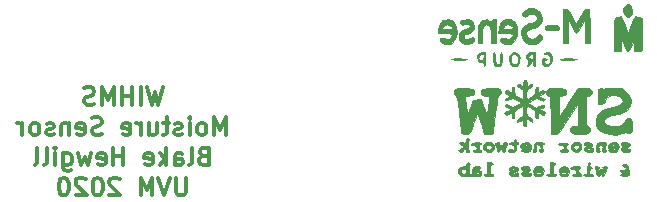
<source format=gbr>
G04 #@! TF.GenerationSoftware,KiCad,Pcbnew,(5.1.4)-1*
G04 #@! TF.CreationDate,2020-03-15T18:13:58-04:00*
G04 #@! TF.ProjectId,MoistureSensor,4d6f6973-7475-4726-9553-656e736f722e,rev?*
G04 #@! TF.SameCoordinates,Original*
G04 #@! TF.FileFunction,Legend,Bot*
G04 #@! TF.FilePolarity,Positive*
%FSLAX46Y46*%
G04 Gerber Fmt 4.6, Leading zero omitted, Abs format (unit mm)*
G04 Created by KiCad (PCBNEW (5.1.4)-1) date 2020-03-15 18:13:58*
%MOMM*%
%LPD*%
G04 APERTURE LIST*
%ADD10C,0.300000*%
%ADD11C,0.010000*%
G04 APERTURE END LIST*
D10*
X138485142Y-131243571D02*
X138128000Y-132743571D01*
X137842285Y-131672142D01*
X137556571Y-132743571D01*
X137199428Y-131243571D01*
X136628000Y-132743571D02*
X136628000Y-131243571D01*
X135913714Y-132743571D02*
X135913714Y-131243571D01*
X135913714Y-131957857D02*
X135056571Y-131957857D01*
X135056571Y-132743571D02*
X135056571Y-131243571D01*
X134342285Y-132743571D02*
X134342285Y-131243571D01*
X133842285Y-132315000D01*
X133342285Y-131243571D01*
X133342285Y-132743571D01*
X132699428Y-132672142D02*
X132485142Y-132743571D01*
X132128000Y-132743571D01*
X131985142Y-132672142D01*
X131913714Y-132600714D01*
X131842285Y-132457857D01*
X131842285Y-132315000D01*
X131913714Y-132172142D01*
X131985142Y-132100714D01*
X132128000Y-132029285D01*
X132413714Y-131957857D01*
X132556571Y-131886428D01*
X132628000Y-131815000D01*
X132699428Y-131672142D01*
X132699428Y-131529285D01*
X132628000Y-131386428D01*
X132556571Y-131315000D01*
X132413714Y-131243571D01*
X132056571Y-131243571D01*
X131842285Y-131315000D01*
X143842285Y-135293571D02*
X143842285Y-133793571D01*
X143342285Y-134865000D01*
X142842285Y-133793571D01*
X142842285Y-135293571D01*
X141913714Y-135293571D02*
X142056571Y-135222142D01*
X142128000Y-135150714D01*
X142199428Y-135007857D01*
X142199428Y-134579285D01*
X142128000Y-134436428D01*
X142056571Y-134365000D01*
X141913714Y-134293571D01*
X141699428Y-134293571D01*
X141556571Y-134365000D01*
X141485142Y-134436428D01*
X141413714Y-134579285D01*
X141413714Y-135007857D01*
X141485142Y-135150714D01*
X141556571Y-135222142D01*
X141699428Y-135293571D01*
X141913714Y-135293571D01*
X140770857Y-135293571D02*
X140770857Y-134293571D01*
X140770857Y-133793571D02*
X140842285Y-133865000D01*
X140770857Y-133936428D01*
X140699428Y-133865000D01*
X140770857Y-133793571D01*
X140770857Y-133936428D01*
X140128000Y-135222142D02*
X139985142Y-135293571D01*
X139699428Y-135293571D01*
X139556571Y-135222142D01*
X139485142Y-135079285D01*
X139485142Y-135007857D01*
X139556571Y-134865000D01*
X139699428Y-134793571D01*
X139913714Y-134793571D01*
X140056571Y-134722142D01*
X140128000Y-134579285D01*
X140128000Y-134507857D01*
X140056571Y-134365000D01*
X139913714Y-134293571D01*
X139699428Y-134293571D01*
X139556571Y-134365000D01*
X139056571Y-134293571D02*
X138485142Y-134293571D01*
X138842285Y-133793571D02*
X138842285Y-135079285D01*
X138770857Y-135222142D01*
X138628000Y-135293571D01*
X138485142Y-135293571D01*
X137342285Y-134293571D02*
X137342285Y-135293571D01*
X137985142Y-134293571D02*
X137985142Y-135079285D01*
X137913714Y-135222142D01*
X137770857Y-135293571D01*
X137556571Y-135293571D01*
X137413714Y-135222142D01*
X137342285Y-135150714D01*
X136628000Y-135293571D02*
X136628000Y-134293571D01*
X136628000Y-134579285D02*
X136556571Y-134436428D01*
X136485142Y-134365000D01*
X136342285Y-134293571D01*
X136199428Y-134293571D01*
X135128000Y-135222142D02*
X135270857Y-135293571D01*
X135556571Y-135293571D01*
X135699428Y-135222142D01*
X135770857Y-135079285D01*
X135770857Y-134507857D01*
X135699428Y-134365000D01*
X135556571Y-134293571D01*
X135270857Y-134293571D01*
X135128000Y-134365000D01*
X135056571Y-134507857D01*
X135056571Y-134650714D01*
X135770857Y-134793571D01*
X133342285Y-135222142D02*
X133128000Y-135293571D01*
X132770857Y-135293571D01*
X132628000Y-135222142D01*
X132556571Y-135150714D01*
X132485142Y-135007857D01*
X132485142Y-134865000D01*
X132556571Y-134722142D01*
X132628000Y-134650714D01*
X132770857Y-134579285D01*
X133056571Y-134507857D01*
X133199428Y-134436428D01*
X133270857Y-134365000D01*
X133342285Y-134222142D01*
X133342285Y-134079285D01*
X133270857Y-133936428D01*
X133199428Y-133865000D01*
X133056571Y-133793571D01*
X132699428Y-133793571D01*
X132485142Y-133865000D01*
X131270857Y-135222142D02*
X131413714Y-135293571D01*
X131699428Y-135293571D01*
X131842285Y-135222142D01*
X131913714Y-135079285D01*
X131913714Y-134507857D01*
X131842285Y-134365000D01*
X131699428Y-134293571D01*
X131413714Y-134293571D01*
X131270857Y-134365000D01*
X131199428Y-134507857D01*
X131199428Y-134650714D01*
X131913714Y-134793571D01*
X130556571Y-134293571D02*
X130556571Y-135293571D01*
X130556571Y-134436428D02*
X130485142Y-134365000D01*
X130342285Y-134293571D01*
X130128000Y-134293571D01*
X129985142Y-134365000D01*
X129913714Y-134507857D01*
X129913714Y-135293571D01*
X129270857Y-135222142D02*
X129128000Y-135293571D01*
X128842285Y-135293571D01*
X128699428Y-135222142D01*
X128628000Y-135079285D01*
X128628000Y-135007857D01*
X128699428Y-134865000D01*
X128842285Y-134793571D01*
X129056571Y-134793571D01*
X129199428Y-134722142D01*
X129270857Y-134579285D01*
X129270857Y-134507857D01*
X129199428Y-134365000D01*
X129056571Y-134293571D01*
X128842285Y-134293571D01*
X128699428Y-134365000D01*
X127770857Y-135293571D02*
X127913714Y-135222142D01*
X127985142Y-135150714D01*
X128056571Y-135007857D01*
X128056571Y-134579285D01*
X127985142Y-134436428D01*
X127913714Y-134365000D01*
X127770857Y-134293571D01*
X127556571Y-134293571D01*
X127413714Y-134365000D01*
X127342285Y-134436428D01*
X127270857Y-134579285D01*
X127270857Y-135007857D01*
X127342285Y-135150714D01*
X127413714Y-135222142D01*
X127556571Y-135293571D01*
X127770857Y-135293571D01*
X126628000Y-135293571D02*
X126628000Y-134293571D01*
X126628000Y-134579285D02*
X126556571Y-134436428D01*
X126485142Y-134365000D01*
X126342285Y-134293571D01*
X126199428Y-134293571D01*
X141949428Y-137057857D02*
X141735142Y-137129285D01*
X141663714Y-137200714D01*
X141592285Y-137343571D01*
X141592285Y-137557857D01*
X141663714Y-137700714D01*
X141735142Y-137772142D01*
X141878000Y-137843571D01*
X142449428Y-137843571D01*
X142449428Y-136343571D01*
X141949428Y-136343571D01*
X141806571Y-136415000D01*
X141735142Y-136486428D01*
X141663714Y-136629285D01*
X141663714Y-136772142D01*
X141735142Y-136915000D01*
X141806571Y-136986428D01*
X141949428Y-137057857D01*
X142449428Y-137057857D01*
X140735142Y-137843571D02*
X140878000Y-137772142D01*
X140949428Y-137629285D01*
X140949428Y-136343571D01*
X139520857Y-137843571D02*
X139520857Y-137057857D01*
X139592285Y-136915000D01*
X139735142Y-136843571D01*
X140020857Y-136843571D01*
X140163714Y-136915000D01*
X139520857Y-137772142D02*
X139663714Y-137843571D01*
X140020857Y-137843571D01*
X140163714Y-137772142D01*
X140235142Y-137629285D01*
X140235142Y-137486428D01*
X140163714Y-137343571D01*
X140020857Y-137272142D01*
X139663714Y-137272142D01*
X139520857Y-137200714D01*
X138806571Y-137843571D02*
X138806571Y-136343571D01*
X138663714Y-137272142D02*
X138235142Y-137843571D01*
X138235142Y-136843571D02*
X138806571Y-137415000D01*
X137020857Y-137772142D02*
X137163714Y-137843571D01*
X137449428Y-137843571D01*
X137592285Y-137772142D01*
X137663714Y-137629285D01*
X137663714Y-137057857D01*
X137592285Y-136915000D01*
X137449428Y-136843571D01*
X137163714Y-136843571D01*
X137020857Y-136915000D01*
X136949428Y-137057857D01*
X136949428Y-137200714D01*
X137663714Y-137343571D01*
X135163714Y-137843571D02*
X135163714Y-136343571D01*
X135163714Y-137057857D02*
X134306571Y-137057857D01*
X134306571Y-137843571D02*
X134306571Y-136343571D01*
X133020857Y-137772142D02*
X133163714Y-137843571D01*
X133449428Y-137843571D01*
X133592285Y-137772142D01*
X133663714Y-137629285D01*
X133663714Y-137057857D01*
X133592285Y-136915000D01*
X133449428Y-136843571D01*
X133163714Y-136843571D01*
X133020857Y-136915000D01*
X132949428Y-137057857D01*
X132949428Y-137200714D01*
X133663714Y-137343571D01*
X132449428Y-136843571D02*
X132163714Y-137843571D01*
X131878000Y-137129285D01*
X131592285Y-137843571D01*
X131306571Y-136843571D01*
X130092285Y-136843571D02*
X130092285Y-138057857D01*
X130163714Y-138200714D01*
X130235142Y-138272142D01*
X130378000Y-138343571D01*
X130592285Y-138343571D01*
X130735142Y-138272142D01*
X130092285Y-137772142D02*
X130235142Y-137843571D01*
X130520857Y-137843571D01*
X130663714Y-137772142D01*
X130735142Y-137700714D01*
X130806571Y-137557857D01*
X130806571Y-137129285D01*
X130735142Y-136986428D01*
X130663714Y-136915000D01*
X130520857Y-136843571D01*
X130235142Y-136843571D01*
X130092285Y-136915000D01*
X129378000Y-137843571D02*
X129378000Y-136843571D01*
X129378000Y-136343571D02*
X129449428Y-136415000D01*
X129378000Y-136486428D01*
X129306571Y-136415000D01*
X129378000Y-136343571D01*
X129378000Y-136486428D01*
X128449428Y-137843571D02*
X128592285Y-137772142D01*
X128663714Y-137629285D01*
X128663714Y-136343571D01*
X127663714Y-137843571D02*
X127806571Y-137772142D01*
X127878000Y-137629285D01*
X127878000Y-136343571D01*
X140485142Y-138893571D02*
X140485142Y-140107857D01*
X140413714Y-140250714D01*
X140342285Y-140322142D01*
X140199428Y-140393571D01*
X139913714Y-140393571D01*
X139770857Y-140322142D01*
X139699428Y-140250714D01*
X139628000Y-140107857D01*
X139628000Y-138893571D01*
X139128000Y-138893571D02*
X138628000Y-140393571D01*
X138128000Y-138893571D01*
X137628000Y-140393571D02*
X137628000Y-138893571D01*
X137128000Y-139965000D01*
X136628000Y-138893571D01*
X136628000Y-140393571D01*
X134842285Y-139036428D02*
X134770857Y-138965000D01*
X134628000Y-138893571D01*
X134270857Y-138893571D01*
X134128000Y-138965000D01*
X134056571Y-139036428D01*
X133985142Y-139179285D01*
X133985142Y-139322142D01*
X134056571Y-139536428D01*
X134913714Y-140393571D01*
X133985142Y-140393571D01*
X133056571Y-138893571D02*
X132913714Y-138893571D01*
X132770857Y-138965000D01*
X132699428Y-139036428D01*
X132628000Y-139179285D01*
X132556571Y-139465000D01*
X132556571Y-139822142D01*
X132628000Y-140107857D01*
X132699428Y-140250714D01*
X132770857Y-140322142D01*
X132913714Y-140393571D01*
X133056571Y-140393571D01*
X133199428Y-140322142D01*
X133270857Y-140250714D01*
X133342285Y-140107857D01*
X133413714Y-139822142D01*
X133413714Y-139465000D01*
X133342285Y-139179285D01*
X133270857Y-139036428D01*
X133199428Y-138965000D01*
X133056571Y-138893571D01*
X131985142Y-139036428D02*
X131913714Y-138965000D01*
X131770857Y-138893571D01*
X131413714Y-138893571D01*
X131270857Y-138965000D01*
X131199428Y-139036428D01*
X131128000Y-139179285D01*
X131128000Y-139322142D01*
X131199428Y-139536428D01*
X132056571Y-140393571D01*
X131128000Y-140393571D01*
X130199428Y-138893571D02*
X130056571Y-138893571D01*
X129913714Y-138965000D01*
X129842285Y-139036428D01*
X129770857Y-139179285D01*
X129699428Y-139465000D01*
X129699428Y-139822142D01*
X129770857Y-140107857D01*
X129842285Y-140250714D01*
X129913714Y-140322142D01*
X130056571Y-140393571D01*
X130199428Y-140393571D01*
X130342285Y-140322142D01*
X130413714Y-140250714D01*
X130485142Y-140107857D01*
X130556571Y-139822142D01*
X130556571Y-139465000D01*
X130485142Y-139179285D01*
X130413714Y-139036428D01*
X130342285Y-138965000D01*
X130199428Y-138893571D01*
D11*
G36*
X177516231Y-137754397D02*
G01*
X177410490Y-137806254D01*
X177387250Y-137858500D01*
X177442826Y-137935997D01*
X177546000Y-137957730D01*
X177667033Y-137990152D01*
X177683656Y-138052763D01*
X177601386Y-138211464D01*
X177452484Y-138262133D01*
X177386847Y-138254964D01*
X177258209Y-138256906D01*
X177236739Y-138323004D01*
X177307345Y-138419944D01*
X177352283Y-138497989D01*
X177299209Y-138552544D01*
X177236133Y-138627048D01*
X177284169Y-138690844D01*
X177427434Y-138734137D01*
X177615294Y-138747500D01*
X177811444Y-138738840D01*
X177919215Y-138703068D01*
X177976620Y-138625495D01*
X177985043Y-138604625D01*
X177999961Y-138453974D01*
X177800000Y-138453974D01*
X177752464Y-138543048D01*
X177704750Y-138557000D01*
X177620025Y-138543946D01*
X177609500Y-138533025D01*
X177651581Y-138478237D01*
X177704750Y-138430000D01*
X177779863Y-138385727D01*
X177799912Y-138444064D01*
X177800000Y-138453974D01*
X177999961Y-138453974D01*
X178002627Y-138427057D01*
X177976064Y-138341844D01*
X177924401Y-138188141D01*
X177900223Y-138035450D01*
X177861914Y-137880826D01*
X177796031Y-137789656D01*
X177661750Y-137746000D01*
X177516231Y-137754397D01*
X177516231Y-137754397D01*
G37*
X177516231Y-137754397D02*
X177410490Y-137806254D01*
X177387250Y-137858500D01*
X177442826Y-137935997D01*
X177546000Y-137957730D01*
X177667033Y-137990152D01*
X177683656Y-138052763D01*
X177601386Y-138211464D01*
X177452484Y-138262133D01*
X177386847Y-138254964D01*
X177258209Y-138256906D01*
X177236739Y-138323004D01*
X177307345Y-138419944D01*
X177352283Y-138497989D01*
X177299209Y-138552544D01*
X177236133Y-138627048D01*
X177284169Y-138690844D01*
X177427434Y-138734137D01*
X177615294Y-138747500D01*
X177811444Y-138738840D01*
X177919215Y-138703068D01*
X177976620Y-138625495D01*
X177985043Y-138604625D01*
X177999961Y-138453974D01*
X177800000Y-138453974D01*
X177752464Y-138543048D01*
X177704750Y-138557000D01*
X177620025Y-138543946D01*
X177609500Y-138533025D01*
X177651581Y-138478237D01*
X177704750Y-138430000D01*
X177779863Y-138385727D01*
X177799912Y-138444064D01*
X177800000Y-138453974D01*
X177999961Y-138453974D01*
X178002627Y-138427057D01*
X177976064Y-138341844D01*
X177924401Y-138188141D01*
X177900223Y-138035450D01*
X177861914Y-137880826D01*
X177796031Y-137789656D01*
X177661750Y-137746000D01*
X177516231Y-137754397D01*
G36*
X175102472Y-137938161D02*
G01*
X175084620Y-138009686D01*
X175099223Y-138064875D01*
X175143321Y-138217616D01*
X175197938Y-138420860D01*
X175212577Y-138477625D01*
X175282693Y-138657055D01*
X175366692Y-138742025D01*
X175446073Y-138723194D01*
X175495601Y-138620500D01*
X175542722Y-138517632D01*
X175577500Y-138493500D01*
X175630729Y-138546243D01*
X175659400Y-138620500D01*
X175720299Y-138736187D01*
X175800717Y-138739391D01*
X175884584Y-138639537D01*
X175955661Y-138446718D01*
X176012869Y-138262447D01*
X176072638Y-138134124D01*
X176098335Y-138104567D01*
X176138992Y-138034253D01*
X176084369Y-137964026D01*
X175962621Y-137923844D01*
X175926750Y-137922000D01*
X175787544Y-137951673D01*
X175722065Y-138021107D01*
X175753151Y-138100924D01*
X175775209Y-138116955D01*
X175828810Y-138180092D01*
X175783345Y-138249555D01*
X175720045Y-138290662D01*
X175704500Y-138220450D01*
X175661360Y-138132429D01*
X175569498Y-138118950D01*
X175485254Y-138183200D01*
X175473604Y-138207385D01*
X175412384Y-138270898D01*
X175377263Y-138265232D01*
X175358461Y-138193110D01*
X175389384Y-138141378D01*
X175431659Y-138028033D01*
X175362867Y-137948610D01*
X175217097Y-137922000D01*
X175102472Y-137938161D01*
X175102472Y-137938161D01*
G37*
X175102472Y-137938161D02*
X175084620Y-138009686D01*
X175099223Y-138064875D01*
X175143321Y-138217616D01*
X175197938Y-138420860D01*
X175212577Y-138477625D01*
X175282693Y-138657055D01*
X175366692Y-138742025D01*
X175446073Y-138723194D01*
X175495601Y-138620500D01*
X175542722Y-138517632D01*
X175577500Y-138493500D01*
X175630729Y-138546243D01*
X175659400Y-138620500D01*
X175720299Y-138736187D01*
X175800717Y-138739391D01*
X175884584Y-138639537D01*
X175955661Y-138446718D01*
X176012869Y-138262447D01*
X176072638Y-138134124D01*
X176098335Y-138104567D01*
X176138992Y-138034253D01*
X176084369Y-137964026D01*
X175962621Y-137923844D01*
X175926750Y-137922000D01*
X175787544Y-137951673D01*
X175722065Y-138021107D01*
X175753151Y-138100924D01*
X175775209Y-138116955D01*
X175828810Y-138180092D01*
X175783345Y-138249555D01*
X175720045Y-138290662D01*
X175704500Y-138220450D01*
X175661360Y-138132429D01*
X175569498Y-138118950D01*
X175485254Y-138183200D01*
X175473604Y-138207385D01*
X175412384Y-138270898D01*
X175377263Y-138265232D01*
X175358461Y-138193110D01*
X175389384Y-138141378D01*
X175431659Y-138028033D01*
X175362867Y-137948610D01*
X175217097Y-137922000D01*
X175102472Y-137938161D01*
G36*
X174434500Y-138235476D02*
G01*
X174429502Y-138425405D01*
X174403879Y-138520712D01*
X174341685Y-138553690D01*
X174275750Y-138557000D01*
X174148072Y-138590120D01*
X174117000Y-138652250D01*
X174144556Y-138705677D01*
X174243017Y-138735372D01*
X174436077Y-138746802D01*
X174529750Y-138747500D01*
X174761268Y-138741141D01*
X174889947Y-138718419D01*
X174939478Y-138673867D01*
X174942500Y-138652250D01*
X174887300Y-138575642D01*
X174783750Y-138557000D01*
X174676394Y-138540394D01*
X174632445Y-138465671D01*
X174625000Y-138334750D01*
X174638677Y-138182314D01*
X174693477Y-138120516D01*
X174757292Y-138112500D01*
X174857823Y-138088644D01*
X174861848Y-138034127D01*
X174786733Y-137974523D01*
X174649843Y-137935405D01*
X174635985Y-137933851D01*
X174434500Y-137913953D01*
X174434500Y-138235476D01*
X174434500Y-138235476D01*
G37*
X174434500Y-138235476D02*
X174429502Y-138425405D01*
X174403879Y-138520712D01*
X174341685Y-138553690D01*
X174275750Y-138557000D01*
X174148072Y-138590120D01*
X174117000Y-138652250D01*
X174144556Y-138705677D01*
X174243017Y-138735372D01*
X174436077Y-138746802D01*
X174529750Y-138747500D01*
X174761268Y-138741141D01*
X174889947Y-138718419D01*
X174939478Y-138673867D01*
X174942500Y-138652250D01*
X174887300Y-138575642D01*
X174783750Y-138557000D01*
X174676394Y-138540394D01*
X174632445Y-138465671D01*
X174625000Y-138334750D01*
X174638677Y-138182314D01*
X174693477Y-138120516D01*
X174757292Y-138112500D01*
X174857823Y-138088644D01*
X174861848Y-138034127D01*
X174786733Y-137974523D01*
X174649843Y-137935405D01*
X174635985Y-137933851D01*
X174434500Y-137913953D01*
X174434500Y-138235476D01*
G36*
X173282971Y-137944299D02*
G01*
X173123672Y-137972128D01*
X173054075Y-138003134D01*
X173002928Y-138087407D01*
X173049428Y-138147084D01*
X173160994Y-138145362D01*
X173290209Y-138156752D01*
X173420239Y-138228139D01*
X173521667Y-138360328D01*
X173512984Y-138477614D01*
X173403269Y-138548562D01*
X173325243Y-138557000D01*
X173196073Y-138589773D01*
X173164500Y-138652250D01*
X173193761Y-138707557D01*
X173297486Y-138737251D01*
X173499594Y-138747312D01*
X173545500Y-138747500D01*
X173772341Y-138738895D01*
X173892776Y-138710067D01*
X173926500Y-138659656D01*
X173873299Y-138574363D01*
X173799500Y-138538600D01*
X173705917Y-138460496D01*
X173670813Y-138327871D01*
X173698706Y-138198082D01*
X173767750Y-138135463D01*
X173852095Y-138058232D01*
X173863000Y-138015332D01*
X173806712Y-137971430D01*
X173664563Y-137944554D01*
X173476625Y-137935309D01*
X173282971Y-137944299D01*
X173282971Y-137944299D01*
G37*
X173282971Y-137944299D02*
X173123672Y-137972128D01*
X173054075Y-138003134D01*
X173002928Y-138087407D01*
X173049428Y-138147084D01*
X173160994Y-138145362D01*
X173290209Y-138156752D01*
X173420239Y-138228139D01*
X173521667Y-138360328D01*
X173512984Y-138477614D01*
X173403269Y-138548562D01*
X173325243Y-138557000D01*
X173196073Y-138589773D01*
X173164500Y-138652250D01*
X173193761Y-138707557D01*
X173297486Y-138737251D01*
X173499594Y-138747312D01*
X173545500Y-138747500D01*
X173772341Y-138738895D01*
X173892776Y-138710067D01*
X173926500Y-138659656D01*
X173873299Y-138574363D01*
X173799500Y-138538600D01*
X173705917Y-138460496D01*
X173670813Y-138327871D01*
X173698706Y-138198082D01*
X173767750Y-138135463D01*
X173852095Y-138058232D01*
X173863000Y-138015332D01*
X173806712Y-137971430D01*
X173664563Y-137944554D01*
X173476625Y-137935309D01*
X173282971Y-137944299D01*
G36*
X172265543Y-137966205D02*
G01*
X172102031Y-138081237D01*
X172023874Y-138240721D01*
X172021500Y-138274850D01*
X172032150Y-138366583D01*
X172085592Y-138412599D01*
X172214065Y-138428470D01*
X172342748Y-138430000D01*
X172542914Y-138440755D01*
X172623625Y-138474009D01*
X172620223Y-138500825D01*
X172528052Y-138541629D01*
X172344301Y-138544658D01*
X172295752Y-138540012D01*
X172121820Y-138527542D01*
X172044043Y-138547549D01*
X172033988Y-138607882D01*
X172034746Y-138612061D01*
X172106826Y-138688833D01*
X172259644Y-138732756D01*
X172450939Y-138742608D01*
X172638451Y-138717169D01*
X172779920Y-138655216D01*
X172802796Y-138634261D01*
X172898131Y-138448657D01*
X172891919Y-138249874D01*
X172853550Y-138176000D01*
X172624750Y-138176000D01*
X172597069Y-138218241D01*
X172465072Y-138237903D01*
X172422123Y-138238527D01*
X172275825Y-138230028D01*
X172244366Y-138202953D01*
X172275500Y-138176000D01*
X172428146Y-138119477D01*
X172567667Y-138131234D01*
X172624750Y-138176000D01*
X172853550Y-138176000D01*
X172800071Y-138073034D01*
X172638497Y-137953258D01*
X172480130Y-137922000D01*
X172265543Y-137966205D01*
X172265543Y-137966205D01*
G37*
X172265543Y-137966205D02*
X172102031Y-138081237D01*
X172023874Y-138240721D01*
X172021500Y-138274850D01*
X172032150Y-138366583D01*
X172085592Y-138412599D01*
X172214065Y-138428470D01*
X172342748Y-138430000D01*
X172542914Y-138440755D01*
X172623625Y-138474009D01*
X172620223Y-138500825D01*
X172528052Y-138541629D01*
X172344301Y-138544658D01*
X172295752Y-138540012D01*
X172121820Y-138527542D01*
X172044043Y-138547549D01*
X172033988Y-138607882D01*
X172034746Y-138612061D01*
X172106826Y-138688833D01*
X172259644Y-138732756D01*
X172450939Y-138742608D01*
X172638451Y-138717169D01*
X172779920Y-138655216D01*
X172802796Y-138634261D01*
X172898131Y-138448657D01*
X172891919Y-138249874D01*
X172853550Y-138176000D01*
X172624750Y-138176000D01*
X172597069Y-138218241D01*
X172465072Y-138237903D01*
X172422123Y-138238527D01*
X172275825Y-138230028D01*
X172244366Y-138202953D01*
X172275500Y-138176000D01*
X172428146Y-138119477D01*
X172567667Y-138131234D01*
X172624750Y-138176000D01*
X172853550Y-138176000D01*
X172800071Y-138073034D01*
X172638497Y-137953258D01*
X172480130Y-137922000D01*
X172265543Y-137966205D01*
G36*
X171323000Y-138076532D02*
G01*
X171320759Y-138317935D01*
X171307929Y-138460397D01*
X171275348Y-138531965D01*
X171213856Y-138560691D01*
X171162276Y-138568657D01*
X171036198Y-138605760D01*
X170987651Y-138652250D01*
X171036520Y-138686360D01*
X171172366Y-138714241D01*
X171355217Y-138733109D01*
X171545098Y-138740178D01*
X171702033Y-138732664D01*
X171785982Y-138707852D01*
X171829634Y-138617972D01*
X171758207Y-138565428D01*
X171672250Y-138557000D01*
X171583612Y-138548716D01*
X171536135Y-138503798D01*
X171517029Y-138392143D01*
X171513501Y-138183648D01*
X171513500Y-138183406D01*
X171519179Y-137969826D01*
X171543277Y-137850572D01*
X171596384Y-137793211D01*
X171646890Y-137774930D01*
X171738629Y-137723645D01*
X171725530Y-137663425D01*
X171625780Y-137616870D01*
X171509753Y-137604500D01*
X171323000Y-137604500D01*
X171323000Y-138076532D01*
X171323000Y-138076532D01*
G37*
X171323000Y-138076532D02*
X171320759Y-138317935D01*
X171307929Y-138460397D01*
X171275348Y-138531965D01*
X171213856Y-138560691D01*
X171162276Y-138568657D01*
X171036198Y-138605760D01*
X170987651Y-138652250D01*
X171036520Y-138686360D01*
X171172366Y-138714241D01*
X171355217Y-138733109D01*
X171545098Y-138740178D01*
X171702033Y-138732664D01*
X171785982Y-138707852D01*
X171829634Y-138617972D01*
X171758207Y-138565428D01*
X171672250Y-138557000D01*
X171583612Y-138548716D01*
X171536135Y-138503798D01*
X171517029Y-138392143D01*
X171513501Y-138183648D01*
X171513500Y-138183406D01*
X171519179Y-137969826D01*
X171543277Y-137850572D01*
X171596384Y-137793211D01*
X171646890Y-137774930D01*
X171738629Y-137723645D01*
X171725530Y-137663425D01*
X171625780Y-137616870D01*
X171509753Y-137604500D01*
X171323000Y-137604500D01*
X171323000Y-138076532D01*
G36*
X170199490Y-137944211D02*
G01*
X170016241Y-138024068D01*
X169893754Y-138165369D01*
X169862500Y-138303000D01*
X169877497Y-138376087D01*
X169942468Y-138414338D01*
X170087381Y-138428536D01*
X170215498Y-138430000D01*
X170429038Y-138439627D01*
X170523768Y-138469548D01*
X170524747Y-138500786D01*
X170432638Y-138541169D01*
X170243717Y-138547218D01*
X170168835Y-138541577D01*
X169981975Y-138529869D01*
X169892775Y-138546321D01*
X169873708Y-138597710D01*
X169876055Y-138613666D01*
X169947964Y-138689557D01*
X170100635Y-138732818D01*
X170291798Y-138742314D01*
X170479185Y-138716912D01*
X170620524Y-138655477D01*
X170643796Y-138634261D01*
X170736403Y-138455501D01*
X170744263Y-138253194D01*
X170711633Y-138176000D01*
X170465750Y-138176000D01*
X170440684Y-138220748D01*
X170316388Y-138239441D01*
X170307000Y-138239500D01*
X170177923Y-138222591D01*
X170146566Y-138179022D01*
X170148250Y-138176000D01*
X170238079Y-138122101D01*
X170307000Y-138112500D01*
X170426996Y-138142530D01*
X170465750Y-138176000D01*
X170711633Y-138176000D01*
X170670125Y-138077807D01*
X170610371Y-138020850D01*
X170409026Y-137938803D01*
X170199490Y-137944211D01*
X170199490Y-137944211D01*
G37*
X170199490Y-137944211D02*
X170016241Y-138024068D01*
X169893754Y-138165369D01*
X169862500Y-138303000D01*
X169877497Y-138376087D01*
X169942468Y-138414338D01*
X170087381Y-138428536D01*
X170215498Y-138430000D01*
X170429038Y-138439627D01*
X170523768Y-138469548D01*
X170524747Y-138500786D01*
X170432638Y-138541169D01*
X170243717Y-138547218D01*
X170168835Y-138541577D01*
X169981975Y-138529869D01*
X169892775Y-138546321D01*
X169873708Y-138597710D01*
X169876055Y-138613666D01*
X169947964Y-138689557D01*
X170100635Y-138732818D01*
X170291798Y-138742314D01*
X170479185Y-138716912D01*
X170620524Y-138655477D01*
X170643796Y-138634261D01*
X170736403Y-138455501D01*
X170744263Y-138253194D01*
X170711633Y-138176000D01*
X170465750Y-138176000D01*
X170440684Y-138220748D01*
X170316388Y-138239441D01*
X170307000Y-138239500D01*
X170177923Y-138222591D01*
X170146566Y-138179022D01*
X170148250Y-138176000D01*
X170238079Y-138122101D01*
X170307000Y-138112500D01*
X170426996Y-138142530D01*
X170465750Y-138176000D01*
X170711633Y-138176000D01*
X170670125Y-138077807D01*
X170610371Y-138020850D01*
X170409026Y-137938803D01*
X170199490Y-137944211D01*
G36*
X169001697Y-137939238D02*
G01*
X168885511Y-137994606D01*
X168867826Y-138021518D01*
X168865000Y-138145797D01*
X168938255Y-138213796D01*
X169047378Y-138192552D01*
X169062564Y-138181134D01*
X169197670Y-138128540D01*
X169303380Y-138128203D01*
X169382293Y-138146842D01*
X169385243Y-138170180D01*
X169297484Y-138207769D01*
X169104271Y-138269158D01*
X169069367Y-138279771D01*
X168910174Y-138372457D01*
X168853619Y-138506501D01*
X168911391Y-138653917D01*
X168912532Y-138655300D01*
X169024476Y-138717267D01*
X169200157Y-138747532D01*
X169393475Y-138746553D01*
X169558331Y-138714786D01*
X169648625Y-138652689D01*
X169650675Y-138647981D01*
X169653489Y-138523796D01*
X169580357Y-138455673D01*
X169471467Y-138476667D01*
X169456282Y-138488079D01*
X169326261Y-138538176D01*
X169183715Y-138541926D01*
X169087845Y-138523497D01*
X169078162Y-138498983D01*
X169166457Y-138459495D01*
X169364521Y-138396145D01*
X169385634Y-138389728D01*
X169540744Y-138300410D01*
X169599995Y-138175198D01*
X169553041Y-138046561D01*
X169508019Y-138005572D01*
X169360582Y-137943535D01*
X169175931Y-137921819D01*
X169001697Y-137939238D01*
X169001697Y-137939238D01*
G37*
X169001697Y-137939238D02*
X168885511Y-137994606D01*
X168867826Y-138021518D01*
X168865000Y-138145797D01*
X168938255Y-138213796D01*
X169047378Y-138192552D01*
X169062564Y-138181134D01*
X169197670Y-138128540D01*
X169303380Y-138128203D01*
X169382293Y-138146842D01*
X169385243Y-138170180D01*
X169297484Y-138207769D01*
X169104271Y-138269158D01*
X169069367Y-138279771D01*
X168910174Y-138372457D01*
X168853619Y-138506501D01*
X168911391Y-138653917D01*
X168912532Y-138655300D01*
X169024476Y-138717267D01*
X169200157Y-138747532D01*
X169393475Y-138746553D01*
X169558331Y-138714786D01*
X169648625Y-138652689D01*
X169650675Y-138647981D01*
X169653489Y-138523796D01*
X169580357Y-138455673D01*
X169471467Y-138476667D01*
X169456282Y-138488079D01*
X169326261Y-138538176D01*
X169183715Y-138541926D01*
X169087845Y-138523497D01*
X169078162Y-138498983D01*
X169166457Y-138459495D01*
X169364521Y-138396145D01*
X169385634Y-138389728D01*
X169540744Y-138300410D01*
X169599995Y-138175198D01*
X169553041Y-138046561D01*
X169508019Y-138005572D01*
X169360582Y-137943535D01*
X169175931Y-137921819D01*
X169001697Y-137939238D01*
G36*
X167952137Y-137960714D02*
G01*
X167851533Y-138060434D01*
X167841959Y-138096625D01*
X167854667Y-138209100D01*
X167899426Y-138239500D01*
X167929637Y-138273762D01*
X167872092Y-138355625D01*
X167783628Y-138470868D01*
X167787480Y-138555104D01*
X167866786Y-138647714D01*
X168016014Y-138719996D01*
X168262188Y-138747408D01*
X168279536Y-138747500D01*
X168466273Y-138742177D01*
X168558803Y-138715155D01*
X168589817Y-138649851D01*
X168592500Y-138588750D01*
X168564543Y-138462042D01*
X168498440Y-138432636D01*
X168433750Y-138493500D01*
X168354850Y-138536912D01*
X168223525Y-138555228D01*
X168094752Y-138547368D01*
X168023509Y-138512250D01*
X168021000Y-138501615D01*
X168077001Y-138457647D01*
X168216526Y-138416186D01*
X168268069Y-138406723D01*
X168456315Y-138339016D01*
X168560001Y-138228542D01*
X168565315Y-138176000D01*
X168338500Y-138176000D01*
X168284158Y-138223734D01*
X168179750Y-138239500D01*
X168060414Y-138217763D01*
X168021000Y-138176000D01*
X168075343Y-138128265D01*
X168179750Y-138112500D01*
X168299087Y-138134236D01*
X168338500Y-138176000D01*
X168565315Y-138176000D01*
X168572524Y-138104739D01*
X168487278Y-137997046D01*
X168370919Y-137948243D01*
X168134465Y-137920737D01*
X167952137Y-137960714D01*
X167952137Y-137960714D01*
G37*
X167952137Y-137960714D02*
X167851533Y-138060434D01*
X167841959Y-138096625D01*
X167854667Y-138209100D01*
X167899426Y-138239500D01*
X167929637Y-138273762D01*
X167872092Y-138355625D01*
X167783628Y-138470868D01*
X167787480Y-138555104D01*
X167866786Y-138647714D01*
X168016014Y-138719996D01*
X168262188Y-138747408D01*
X168279536Y-138747500D01*
X168466273Y-138742177D01*
X168558803Y-138715155D01*
X168589817Y-138649851D01*
X168592500Y-138588750D01*
X168564543Y-138462042D01*
X168498440Y-138432636D01*
X168433750Y-138493500D01*
X168354850Y-138536912D01*
X168223525Y-138555228D01*
X168094752Y-138547368D01*
X168023509Y-138512250D01*
X168021000Y-138501615D01*
X168077001Y-138457647D01*
X168216526Y-138416186D01*
X168268069Y-138406723D01*
X168456315Y-138339016D01*
X168560001Y-138228542D01*
X168565315Y-138176000D01*
X168338500Y-138176000D01*
X168284158Y-138223734D01*
X168179750Y-138239500D01*
X168060414Y-138217763D01*
X168021000Y-138176000D01*
X168075343Y-138128265D01*
X168179750Y-138112500D01*
X168299087Y-138134236D01*
X168338500Y-138176000D01*
X168565315Y-138176000D01*
X168572524Y-138104739D01*
X168487278Y-137997046D01*
X168370919Y-137948243D01*
X168134465Y-137920737D01*
X167952137Y-137960714D01*
G36*
X165989000Y-138080750D02*
G01*
X165987022Y-138322990D01*
X165975142Y-138464986D01*
X165944443Y-138533488D01*
X165886009Y-138555249D01*
X165830250Y-138557000D01*
X165702572Y-138590120D01*
X165671500Y-138652250D01*
X165699056Y-138705677D01*
X165797517Y-138735372D01*
X165990577Y-138746802D01*
X166084250Y-138747500D01*
X166315768Y-138741141D01*
X166444447Y-138718419D01*
X166493978Y-138673867D01*
X166497000Y-138652250D01*
X166441800Y-138575642D01*
X166338250Y-138557000D01*
X166250269Y-138548932D01*
X166202768Y-138504850D01*
X166183322Y-138394931D01*
X166179504Y-138189354D01*
X166179500Y-138176000D01*
X166184134Y-137963203D01*
X166204490Y-137848219D01*
X166250250Y-137802004D01*
X166306500Y-137795000D01*
X166409929Y-137755295D01*
X166433500Y-137699750D01*
X166385306Y-137629301D01*
X166231492Y-137604672D01*
X166211250Y-137604500D01*
X165989000Y-137604500D01*
X165989000Y-138080750D01*
X165989000Y-138080750D01*
G37*
X165989000Y-138080750D02*
X165987022Y-138322990D01*
X165975142Y-138464986D01*
X165944443Y-138533488D01*
X165886009Y-138555249D01*
X165830250Y-138557000D01*
X165702572Y-138590120D01*
X165671500Y-138652250D01*
X165699056Y-138705677D01*
X165797517Y-138735372D01*
X165990577Y-138746802D01*
X166084250Y-138747500D01*
X166315768Y-138741141D01*
X166444447Y-138718419D01*
X166493978Y-138673867D01*
X166497000Y-138652250D01*
X166441800Y-138575642D01*
X166338250Y-138557000D01*
X166250269Y-138548932D01*
X166202768Y-138504850D01*
X166183322Y-138394931D01*
X166179504Y-138189354D01*
X166179500Y-138176000D01*
X166184134Y-137963203D01*
X166204490Y-137848219D01*
X166250250Y-137802004D01*
X166306500Y-137795000D01*
X166409929Y-137755295D01*
X166433500Y-137699750D01*
X166385306Y-137629301D01*
X166231492Y-137604672D01*
X166211250Y-137604500D01*
X165989000Y-137604500D01*
X165989000Y-138080750D01*
G36*
X164253491Y-137627042D02*
G01*
X164213398Y-137720269D01*
X164211000Y-137782249D01*
X164199276Y-137900783D01*
X164138545Y-137942427D01*
X163994972Y-137934778D01*
X163770209Y-137963306D01*
X163601729Y-138089591D01*
X163517299Y-138289352D01*
X163512500Y-138356658D01*
X163526357Y-138500021D01*
X163579385Y-138603422D01*
X163688770Y-138673144D01*
X163871700Y-138715467D01*
X164145359Y-138736674D01*
X164526936Y-138743047D01*
X164569815Y-138743109D01*
X164882366Y-138740358D01*
X165147576Y-138732497D01*
X165340390Y-138720674D01*
X165435756Y-138706038D01*
X165440626Y-138703207D01*
X165479189Y-138592013D01*
X165470468Y-138493500D01*
X165290500Y-138493500D01*
X165236275Y-138541649D01*
X165135498Y-138557000D01*
X165001043Y-138533586D01*
X164941250Y-138493500D01*
X164966064Y-138448527D01*
X165089608Y-138430030D01*
X165096253Y-138430000D01*
X165231620Y-138448065D01*
X165290424Y-138491711D01*
X165290500Y-138493500D01*
X165470468Y-138493500D01*
X165465703Y-138439682D01*
X165406778Y-138317721D01*
X165404800Y-138315700D01*
X165291532Y-138262448D01*
X165123749Y-138239518D01*
X165119050Y-138239500D01*
X164977296Y-138221372D01*
X164910304Y-138177127D01*
X164909500Y-138171134D01*
X164965430Y-138129140D01*
X165107620Y-138120107D01*
X165128345Y-138121624D01*
X165306468Y-138118791D01*
X165401395Y-138080699D01*
X165395550Y-138018231D01*
X165352162Y-137983019D01*
X165198620Y-137933414D01*
X165008783Y-137928093D01*
X164845765Y-137965336D01*
X164795200Y-137998199D01*
X164744425Y-138108998D01*
X164719516Y-138281122D01*
X164719000Y-138308906D01*
X164687957Y-138502647D01*
X164595479Y-138586235D01*
X164480875Y-138574104D01*
X164439386Y-138504079D01*
X164419951Y-138396809D01*
X164206941Y-138396809D01*
X164137938Y-138509071D01*
X163977556Y-138556770D01*
X163963273Y-138557000D01*
X163804322Y-138523721D01*
X163733783Y-138426952D01*
X163734182Y-138273351D01*
X163818932Y-138167600D01*
X163949431Y-138125757D01*
X164087073Y-138163883D01*
X164166996Y-138246743D01*
X164206941Y-138396809D01*
X164419951Y-138396809D01*
X164412422Y-138355258D01*
X164400822Y-138168793D01*
X164405424Y-137985838D01*
X164427068Y-137847545D01*
X164465000Y-137795000D01*
X164521336Y-137743567D01*
X164528500Y-137699750D01*
X164473300Y-137623142D01*
X164369750Y-137604500D01*
X164253491Y-137627042D01*
X164253491Y-137627042D01*
G37*
X164253491Y-137627042D02*
X164213398Y-137720269D01*
X164211000Y-137782249D01*
X164199276Y-137900783D01*
X164138545Y-137942427D01*
X163994972Y-137934778D01*
X163770209Y-137963306D01*
X163601729Y-138089591D01*
X163517299Y-138289352D01*
X163512500Y-138356658D01*
X163526357Y-138500021D01*
X163579385Y-138603422D01*
X163688770Y-138673144D01*
X163871700Y-138715467D01*
X164145359Y-138736674D01*
X164526936Y-138743047D01*
X164569815Y-138743109D01*
X164882366Y-138740358D01*
X165147576Y-138732497D01*
X165340390Y-138720674D01*
X165435756Y-138706038D01*
X165440626Y-138703207D01*
X165479189Y-138592013D01*
X165470468Y-138493500D01*
X165290500Y-138493500D01*
X165236275Y-138541649D01*
X165135498Y-138557000D01*
X165001043Y-138533586D01*
X164941250Y-138493500D01*
X164966064Y-138448527D01*
X165089608Y-138430030D01*
X165096253Y-138430000D01*
X165231620Y-138448065D01*
X165290424Y-138491711D01*
X165290500Y-138493500D01*
X165470468Y-138493500D01*
X165465703Y-138439682D01*
X165406778Y-138317721D01*
X165404800Y-138315700D01*
X165291532Y-138262448D01*
X165123749Y-138239518D01*
X165119050Y-138239500D01*
X164977296Y-138221372D01*
X164910304Y-138177127D01*
X164909500Y-138171134D01*
X164965430Y-138129140D01*
X165107620Y-138120107D01*
X165128345Y-138121624D01*
X165306468Y-138118791D01*
X165401395Y-138080699D01*
X165395550Y-138018231D01*
X165352162Y-137983019D01*
X165198620Y-137933414D01*
X165008783Y-137928093D01*
X164845765Y-137965336D01*
X164795200Y-137998199D01*
X164744425Y-138108998D01*
X164719516Y-138281122D01*
X164719000Y-138308906D01*
X164687957Y-138502647D01*
X164595479Y-138586235D01*
X164480875Y-138574104D01*
X164439386Y-138504079D01*
X164419951Y-138396809D01*
X164206941Y-138396809D01*
X164137938Y-138509071D01*
X163977556Y-138556770D01*
X163963273Y-138557000D01*
X163804322Y-138523721D01*
X163733783Y-138426952D01*
X163734182Y-138273351D01*
X163818932Y-138167600D01*
X163949431Y-138125757D01*
X164087073Y-138163883D01*
X164166996Y-138246743D01*
X164206941Y-138396809D01*
X164419951Y-138396809D01*
X164412422Y-138355258D01*
X164400822Y-138168793D01*
X164405424Y-137985838D01*
X164427068Y-137847545D01*
X164465000Y-137795000D01*
X164521336Y-137743567D01*
X164528500Y-137699750D01*
X164473300Y-137623142D01*
X164369750Y-137604500D01*
X164253491Y-137627042D01*
G36*
X174509064Y-137655329D02*
G01*
X174498000Y-137699750D01*
X174548830Y-137783936D01*
X174593250Y-137795000D01*
X174677437Y-137744170D01*
X174688500Y-137699750D01*
X174637671Y-137615563D01*
X174593250Y-137604500D01*
X174509064Y-137655329D01*
X174509064Y-137655329D01*
G37*
X174509064Y-137655329D02*
X174498000Y-137699750D01*
X174548830Y-137783936D01*
X174593250Y-137795000D01*
X174677437Y-137744170D01*
X174688500Y-137699750D01*
X174637671Y-137615563D01*
X174593250Y-137604500D01*
X174509064Y-137655329D01*
G36*
X177419695Y-135911455D02*
G01*
X177314028Y-135979986D01*
X177311825Y-136101843D01*
X177320205Y-136125909D01*
X177371771Y-136191616D01*
X177433782Y-136154618D01*
X177546834Y-136103283D01*
X177701575Y-136087158D01*
X177895250Y-136093816D01*
X177673000Y-136166533D01*
X177502908Y-136228817D01*
X177380444Y-136285110D01*
X177371375Y-136290622D01*
X177298578Y-136400402D01*
X177314543Y-136538062D01*
X177412135Y-136648218D01*
X177417850Y-136651384D01*
X177569899Y-136694752D01*
X177759759Y-136701987D01*
X177940014Y-136677172D01*
X178063242Y-136624391D01*
X178087028Y-136593756D01*
X178089575Y-136478568D01*
X178002373Y-136431178D01*
X177850270Y-136464644D01*
X177845460Y-136466807D01*
X177680555Y-136506834D01*
X177565925Y-136492478D01*
X177514288Y-136455117D01*
X177560220Y-136416353D01*
X177700734Y-136368401D01*
X177925536Y-136266736D01*
X178034446Y-136146281D01*
X178030374Y-136028967D01*
X177916233Y-135936723D01*
X177694932Y-135891479D01*
X177637223Y-135890000D01*
X177419695Y-135911455D01*
X177419695Y-135911455D01*
G37*
X177419695Y-135911455D02*
X177314028Y-135979986D01*
X177311825Y-136101843D01*
X177320205Y-136125909D01*
X177371771Y-136191616D01*
X177433782Y-136154618D01*
X177546834Y-136103283D01*
X177701575Y-136087158D01*
X177895250Y-136093816D01*
X177673000Y-136166533D01*
X177502908Y-136228817D01*
X177380444Y-136285110D01*
X177371375Y-136290622D01*
X177298578Y-136400402D01*
X177314543Y-136538062D01*
X177412135Y-136648218D01*
X177417850Y-136651384D01*
X177569899Y-136694752D01*
X177759759Y-136701987D01*
X177940014Y-136677172D01*
X178063242Y-136624391D01*
X178087028Y-136593756D01*
X178089575Y-136478568D01*
X178002373Y-136431178D01*
X177850270Y-136464644D01*
X177845460Y-136466807D01*
X177680555Y-136506834D01*
X177565925Y-136492478D01*
X177514288Y-136455117D01*
X177560220Y-136416353D01*
X177700734Y-136368401D01*
X177925536Y-136266736D01*
X178034446Y-136146281D01*
X178030374Y-136028967D01*
X177916233Y-135936723D01*
X177694932Y-135891479D01*
X177637223Y-135890000D01*
X177419695Y-135911455D01*
G36*
X176409557Y-135954541D02*
G01*
X176268455Y-136081340D01*
X176212509Y-136257810D01*
X176212500Y-136260125D01*
X176226262Y-136342016D01*
X176288689Y-136383101D01*
X176431497Y-136396993D01*
X176533748Y-136398000D01*
X176733684Y-136408688D01*
X176814493Y-136441801D01*
X176811125Y-136468983D01*
X176715969Y-136510096D01*
X176522370Y-136506064D01*
X176489878Y-136501948D01*
X176309404Y-136487258D01*
X176226233Y-136511241D01*
X176212500Y-136551170D01*
X176266903Y-136646235D01*
X176404716Y-136702466D01*
X176587853Y-136717997D01*
X176778225Y-136690962D01*
X176937742Y-136619495D01*
X176974500Y-136588500D01*
X177077290Y-136411564D01*
X177092057Y-136208101D01*
X177065401Y-136144000D01*
X176815750Y-136144000D01*
X176790937Y-136188972D01*
X176667393Y-136207469D01*
X176660748Y-136207500D01*
X176525381Y-136189434D01*
X176466577Y-136145788D01*
X176466500Y-136144000D01*
X176520726Y-136095850D01*
X176621503Y-136080500D01*
X176755958Y-136103913D01*
X176815750Y-136144000D01*
X177065401Y-136144000D01*
X177017858Y-136029673D01*
X176985375Y-135995091D01*
X176803860Y-135899126D01*
X176599973Y-135889707D01*
X176409557Y-135954541D01*
X176409557Y-135954541D01*
G37*
X176409557Y-135954541D02*
X176268455Y-136081340D01*
X176212509Y-136257810D01*
X176212500Y-136260125D01*
X176226262Y-136342016D01*
X176288689Y-136383101D01*
X176431497Y-136396993D01*
X176533748Y-136398000D01*
X176733684Y-136408688D01*
X176814493Y-136441801D01*
X176811125Y-136468983D01*
X176715969Y-136510096D01*
X176522370Y-136506064D01*
X176489878Y-136501948D01*
X176309404Y-136487258D01*
X176226233Y-136511241D01*
X176212500Y-136551170D01*
X176266903Y-136646235D01*
X176404716Y-136702466D01*
X176587853Y-136717997D01*
X176778225Y-136690962D01*
X176937742Y-136619495D01*
X176974500Y-136588500D01*
X177077290Y-136411564D01*
X177092057Y-136208101D01*
X177065401Y-136144000D01*
X176815750Y-136144000D01*
X176790937Y-136188972D01*
X176667393Y-136207469D01*
X176660748Y-136207500D01*
X176525381Y-136189434D01*
X176466577Y-136145788D01*
X176466500Y-136144000D01*
X176520726Y-136095850D01*
X176621503Y-136080500D01*
X176755958Y-136103913D01*
X176815750Y-136144000D01*
X177065401Y-136144000D01*
X177017858Y-136029673D01*
X176985375Y-135995091D01*
X176803860Y-135899126D01*
X176599973Y-135889707D01*
X176409557Y-135954541D01*
G36*
X175464585Y-135904515D02*
G01*
X175314338Y-135942515D01*
X175274217Y-135969375D01*
X175231995Y-136076168D01*
X175197844Y-136258010D01*
X175187067Y-136365046D01*
X175180750Y-136557992D01*
X175203324Y-136658616D01*
X175264130Y-136700082D01*
X175282620Y-136704377D01*
X175416799Y-136694230D01*
X175492868Y-136625868D01*
X175480004Y-136532076D01*
X175463200Y-136512300D01*
X175406767Y-136395831D01*
X175387000Y-136254082D01*
X175402310Y-136125615D01*
X175474060Y-136086994D01*
X175561625Y-136092157D01*
X175703901Y-136160060D01*
X175766739Y-136293784D01*
X175734576Y-136449385D01*
X175703908Y-136493963D01*
X175660598Y-136600997D01*
X175671031Y-136649218D01*
X175767433Y-136704357D01*
X175911462Y-136709985D01*
X176034503Y-136667746D01*
X176061246Y-136639872D01*
X176061888Y-136558736D01*
X176033243Y-136539330D01*
X175982757Y-136465244D01*
X175960902Y-136323454D01*
X175968849Y-136170253D01*
X176007768Y-136061933D01*
X176023036Y-136048109D01*
X176071900Y-135983908D01*
X176009213Y-135931645D01*
X175850329Y-135898332D01*
X175676778Y-135890000D01*
X175464585Y-135904515D01*
X175464585Y-135904515D01*
G37*
X175464585Y-135904515D02*
X175314338Y-135942515D01*
X175274217Y-135969375D01*
X175231995Y-136076168D01*
X175197844Y-136258010D01*
X175187067Y-136365046D01*
X175180750Y-136557992D01*
X175203324Y-136658616D01*
X175264130Y-136700082D01*
X175282620Y-136704377D01*
X175416799Y-136694230D01*
X175492868Y-136625868D01*
X175480004Y-136532076D01*
X175463200Y-136512300D01*
X175406767Y-136395831D01*
X175387000Y-136254082D01*
X175402310Y-136125615D01*
X175474060Y-136086994D01*
X175561625Y-136092157D01*
X175703901Y-136160060D01*
X175766739Y-136293784D01*
X175734576Y-136449385D01*
X175703908Y-136493963D01*
X175660598Y-136600997D01*
X175671031Y-136649218D01*
X175767433Y-136704357D01*
X175911462Y-136709985D01*
X176034503Y-136667746D01*
X176061246Y-136639872D01*
X176061888Y-136558736D01*
X176033243Y-136539330D01*
X175982757Y-136465244D01*
X175960902Y-136323454D01*
X175968849Y-136170253D01*
X176007768Y-136061933D01*
X176023036Y-136048109D01*
X176071900Y-135983908D01*
X176009213Y-135931645D01*
X175850329Y-135898332D01*
X175676778Y-135890000D01*
X175464585Y-135904515D01*
G36*
X174219416Y-135914006D02*
G01*
X174183937Y-135965796D01*
X174180500Y-136014431D01*
X174194424Y-136094977D01*
X174258702Y-136124898D01*
X174407091Y-136116261D01*
X174450375Y-136110899D01*
X174720250Y-136076298D01*
X174435062Y-136191125D01*
X174263522Y-136278283D01*
X174151419Y-136369344D01*
X174130265Y-136407768D01*
X174157319Y-136553593D01*
X174286660Y-136657409D01*
X174496796Y-136705612D01*
X174601697Y-136706122D01*
X174778198Y-136691010D01*
X174893386Y-136670002D01*
X174912103Y-136661230D01*
X174938036Y-136579427D01*
X174942500Y-136514416D01*
X174896970Y-136420085D01*
X174800604Y-136401514D01*
X174720250Y-136461500D01*
X174628561Y-136512110D01*
X174487769Y-136521926D01*
X174368091Y-136490206D01*
X174341717Y-136465490D01*
X174374208Y-136419009D01*
X174498904Y-136370514D01*
X174576094Y-136352356D01*
X174746429Y-136309748D01*
X174825149Y-136251429D01*
X174846738Y-136146608D01*
X174847250Y-136110241D01*
X174839822Y-136000176D01*
X174796262Y-135941739D01*
X174684657Y-135915049D01*
X174513875Y-135902556D01*
X174319036Y-135896403D01*
X174219416Y-135914006D01*
X174219416Y-135914006D01*
G37*
X174219416Y-135914006D02*
X174183937Y-135965796D01*
X174180500Y-136014431D01*
X174194424Y-136094977D01*
X174258702Y-136124898D01*
X174407091Y-136116261D01*
X174450375Y-136110899D01*
X174720250Y-136076298D01*
X174435062Y-136191125D01*
X174263522Y-136278283D01*
X174151419Y-136369344D01*
X174130265Y-136407768D01*
X174157319Y-136553593D01*
X174286660Y-136657409D01*
X174496796Y-136705612D01*
X174601697Y-136706122D01*
X174778198Y-136691010D01*
X174893386Y-136670002D01*
X174912103Y-136661230D01*
X174938036Y-136579427D01*
X174942500Y-136514416D01*
X174896970Y-136420085D01*
X174800604Y-136401514D01*
X174720250Y-136461500D01*
X174628561Y-136512110D01*
X174487769Y-136521926D01*
X174368091Y-136490206D01*
X174341717Y-136465490D01*
X174374208Y-136419009D01*
X174498904Y-136370514D01*
X174576094Y-136352356D01*
X174746429Y-136309748D01*
X174825149Y-136251429D01*
X174846738Y-136146608D01*
X174847250Y-136110241D01*
X174839822Y-136000176D01*
X174796262Y-135941739D01*
X174684657Y-135915049D01*
X174513875Y-135902556D01*
X174319036Y-135896403D01*
X174219416Y-135914006D01*
G36*
X173234777Y-135940866D02*
G01*
X173142592Y-136006125D01*
X173040302Y-136190559D01*
X173042214Y-136373324D01*
X173126907Y-136534074D01*
X173272966Y-136652467D01*
X173458969Y-136708158D01*
X173663500Y-136680804D01*
X173785371Y-136616649D01*
X173895165Y-136470864D01*
X173927210Y-136276240D01*
X173914684Y-136226425D01*
X173724499Y-136226425D01*
X173704619Y-136383619D01*
X173603417Y-136486754D01*
X173461449Y-136517471D01*
X173319274Y-136457412D01*
X173287083Y-136424427D01*
X173241161Y-136296092D01*
X173300144Y-136184710D01*
X173442497Y-136119166D01*
X173519802Y-136112250D01*
X173672529Y-136145439D01*
X173724499Y-136226425D01*
X173914684Y-136226425D01*
X173879367Y-136085977D01*
X173810375Y-135995091D01*
X173641401Y-135911640D01*
X173430419Y-135893880D01*
X173234777Y-135940866D01*
X173234777Y-135940866D01*
G37*
X173234777Y-135940866D02*
X173142592Y-136006125D01*
X173040302Y-136190559D01*
X173042214Y-136373324D01*
X173126907Y-136534074D01*
X173272966Y-136652467D01*
X173458969Y-136708158D01*
X173663500Y-136680804D01*
X173785371Y-136616649D01*
X173895165Y-136470864D01*
X173927210Y-136276240D01*
X173914684Y-136226425D01*
X173724499Y-136226425D01*
X173704619Y-136383619D01*
X173603417Y-136486754D01*
X173461449Y-136517471D01*
X173319274Y-136457412D01*
X173287083Y-136424427D01*
X173241161Y-136296092D01*
X173300144Y-136184710D01*
X173442497Y-136119166D01*
X173519802Y-136112250D01*
X173672529Y-136145439D01*
X173724499Y-136226425D01*
X173914684Y-136226425D01*
X173879367Y-136085977D01*
X173810375Y-135995091D01*
X173641401Y-135911640D01*
X173430419Y-135893880D01*
X173234777Y-135940866D01*
G36*
X172219586Y-135927201D02*
G01*
X172066069Y-135957812D01*
X171991676Y-136006562D01*
X171989750Y-136017000D01*
X172039131Y-136089534D01*
X172100157Y-136093756D01*
X172271120Y-136110433D01*
X172403188Y-136199716D01*
X172455683Y-136331608D01*
X172453979Y-136354671D01*
X172392162Y-136469621D01*
X172255861Y-136513706D01*
X172133060Y-136551177D01*
X172102102Y-136608956D01*
X172176408Y-136658861D01*
X172330274Y-136691551D01*
X172517120Y-136704570D01*
X172690367Y-136695458D01*
X172803435Y-136661758D01*
X172818489Y-136646760D01*
X172811417Y-136558596D01*
X172760666Y-136513483D01*
X172685289Y-136420770D01*
X172655465Y-136285316D01*
X172671607Y-136156588D01*
X172734129Y-136084055D01*
X172757042Y-136080500D01*
X172830395Y-136041774D01*
X172831125Y-136001125D01*
X172757997Y-135951691D01*
X172605239Y-135923392D01*
X172412539Y-135915478D01*
X172219586Y-135927201D01*
X172219586Y-135927201D01*
G37*
X172219586Y-135927201D02*
X172066069Y-135957812D01*
X171991676Y-136006562D01*
X171989750Y-136017000D01*
X172039131Y-136089534D01*
X172100157Y-136093756D01*
X172271120Y-136110433D01*
X172403188Y-136199716D01*
X172455683Y-136331608D01*
X172453979Y-136354671D01*
X172392162Y-136469621D01*
X172255861Y-136513706D01*
X172133060Y-136551177D01*
X172102102Y-136608956D01*
X172176408Y-136658861D01*
X172330274Y-136691551D01*
X172517120Y-136704570D01*
X172690367Y-136695458D01*
X172803435Y-136661758D01*
X172818489Y-136646760D01*
X172811417Y-136558596D01*
X172760666Y-136513483D01*
X172685289Y-136420770D01*
X172655465Y-136285316D01*
X172671607Y-136156588D01*
X172734129Y-136084055D01*
X172757042Y-136080500D01*
X172830395Y-136041774D01*
X172831125Y-136001125D01*
X172757997Y-135951691D01*
X172605239Y-135923392D01*
X172412539Y-135915478D01*
X172219586Y-135927201D01*
G36*
X170161487Y-135908301D02*
G01*
X170009880Y-135973281D01*
X169938969Y-136100053D01*
X169926000Y-136239249D01*
X169902766Y-136403672D01*
X169849800Y-136512299D01*
X169814442Y-136607264D01*
X169874462Y-136683655D01*
X169999037Y-136708687D01*
X170030381Y-136704377D01*
X170101804Y-136669682D01*
X170131054Y-136580523D01*
X170128195Y-136403085D01*
X170126656Y-136380921D01*
X170120224Y-136197557D01*
X170142476Y-136108207D01*
X170203785Y-136081216D01*
X170225081Y-136080500D01*
X170367227Y-136123717D01*
X170464627Y-136227657D01*
X170501242Y-136353747D01*
X170461032Y-136463417D01*
X170400630Y-136502658D01*
X170338991Y-136555008D01*
X170376655Y-136627665D01*
X170497079Y-136702165D01*
X170635676Y-136705639D01*
X170723170Y-136646467D01*
X170723125Y-136547645D01*
X170695168Y-136506767D01*
X170645423Y-136405366D01*
X170626326Y-136265643D01*
X170638758Y-136139991D01*
X170683601Y-136080800D01*
X170688000Y-136080500D01*
X170744336Y-136029067D01*
X170751500Y-135985250D01*
X170719167Y-135926869D01*
X170606267Y-135897393D01*
X170414950Y-135890000D01*
X170161487Y-135908301D01*
X170161487Y-135908301D01*
G37*
X170161487Y-135908301D02*
X170009880Y-135973281D01*
X169938969Y-136100053D01*
X169926000Y-136239249D01*
X169902766Y-136403672D01*
X169849800Y-136512299D01*
X169814442Y-136607264D01*
X169874462Y-136683655D01*
X169999037Y-136708687D01*
X170030381Y-136704377D01*
X170101804Y-136669682D01*
X170131054Y-136580523D01*
X170128195Y-136403085D01*
X170126656Y-136380921D01*
X170120224Y-136197557D01*
X170142476Y-136108207D01*
X170203785Y-136081216D01*
X170225081Y-136080500D01*
X170367227Y-136123717D01*
X170464627Y-136227657D01*
X170501242Y-136353747D01*
X170461032Y-136463417D01*
X170400630Y-136502658D01*
X170338991Y-136555008D01*
X170376655Y-136627665D01*
X170497079Y-136702165D01*
X170635676Y-136705639D01*
X170723170Y-136646467D01*
X170723125Y-136547645D01*
X170695168Y-136506767D01*
X170645423Y-136405366D01*
X170626326Y-136265643D01*
X170638758Y-136139991D01*
X170683601Y-136080800D01*
X170688000Y-136080500D01*
X170744336Y-136029067D01*
X170751500Y-135985250D01*
X170719167Y-135926869D01*
X170606267Y-135897393D01*
X170414950Y-135890000D01*
X170161487Y-135908301D01*
G36*
X169028624Y-135944813D02*
G01*
X168869829Y-136056966D01*
X168787507Y-136219002D01*
X168783000Y-136271000D01*
X168797687Y-136343236D01*
X168861437Y-136381882D01*
X169003785Y-136397367D01*
X169148125Y-136399930D01*
X169346039Y-136405434D01*
X169432085Y-136421994D01*
X169421210Y-136453791D01*
X169396891Y-136469515D01*
X169255176Y-136505370D01*
X169073902Y-136498377D01*
X169068467Y-136497386D01*
X168904681Y-136488986D01*
X168818677Y-136526416D01*
X168828609Y-136592959D01*
X168904047Y-136648813D01*
X169133730Y-136714458D01*
X169373790Y-136693956D01*
X169571564Y-136593403D01*
X169597432Y-136568532D01*
X169716314Y-136371665D01*
X169711787Y-136175093D01*
X169691473Y-136144000D01*
X169449750Y-136144000D01*
X169422704Y-136187018D01*
X169292726Y-136206956D01*
X169259250Y-136207500D01*
X169112770Y-136192675D01*
X169064940Y-136153345D01*
X169068750Y-136144000D01*
X169156502Y-136094396D01*
X169259250Y-136080500D01*
X169392220Y-136104469D01*
X169449750Y-136144000D01*
X169691473Y-136144000D01*
X169608500Y-136017000D01*
X169433497Y-135913896D01*
X169228359Y-135893478D01*
X169028624Y-135944813D01*
X169028624Y-135944813D01*
G37*
X169028624Y-135944813D02*
X168869829Y-136056966D01*
X168787507Y-136219002D01*
X168783000Y-136271000D01*
X168797687Y-136343236D01*
X168861437Y-136381882D01*
X169003785Y-136397367D01*
X169148125Y-136399930D01*
X169346039Y-136405434D01*
X169432085Y-136421994D01*
X169421210Y-136453791D01*
X169396891Y-136469515D01*
X169255176Y-136505370D01*
X169073902Y-136498377D01*
X169068467Y-136497386D01*
X168904681Y-136488986D01*
X168818677Y-136526416D01*
X168828609Y-136592959D01*
X168904047Y-136648813D01*
X169133730Y-136714458D01*
X169373790Y-136693956D01*
X169571564Y-136593403D01*
X169597432Y-136568532D01*
X169716314Y-136371665D01*
X169711787Y-136175093D01*
X169691473Y-136144000D01*
X169449750Y-136144000D01*
X169422704Y-136187018D01*
X169292726Y-136206956D01*
X169259250Y-136207500D01*
X169112770Y-136192675D01*
X169064940Y-136153345D01*
X169068750Y-136144000D01*
X169156502Y-136094396D01*
X169259250Y-136080500D01*
X169392220Y-136104469D01*
X169449750Y-136144000D01*
X169691473Y-136144000D01*
X169608500Y-136017000D01*
X169433497Y-135913896D01*
X169228359Y-135893478D01*
X169028624Y-135944813D01*
G36*
X168228746Y-135688618D02*
G01*
X168211500Y-135758976D01*
X168175881Y-135852127D01*
X168050319Y-135896457D01*
X168005125Y-135901851D01*
X167864551Y-135932519D01*
X167799317Y-135980483D01*
X167798750Y-135985250D01*
X167854371Y-136033866D01*
X167989811Y-136066997D01*
X168005125Y-136068648D01*
X168143259Y-136094201D01*
X168200305Y-136162168D01*
X168211500Y-136314592D01*
X168211500Y-136541231D01*
X167957500Y-136500615D01*
X167787985Y-136484379D01*
X167713482Y-136511157D01*
X167703500Y-136548593D01*
X167758617Y-136633622D01*
X167894270Y-136690161D01*
X168065917Y-136711718D01*
X168229015Y-136691800D01*
X168325800Y-136639300D01*
X168375959Y-136529115D01*
X168401264Y-136356019D01*
X168402000Y-136321800D01*
X168419448Y-136150008D01*
X168476523Y-136082992D01*
X168497250Y-136080500D01*
X168581437Y-136029670D01*
X168592500Y-135985250D01*
X168541671Y-135901063D01*
X168497250Y-135890000D01*
X168419679Y-135837060D01*
X168402000Y-135763000D01*
X168362296Y-135659571D01*
X168306750Y-135636000D01*
X168228746Y-135688618D01*
X168228746Y-135688618D01*
G37*
X168228746Y-135688618D02*
X168211500Y-135758976D01*
X168175881Y-135852127D01*
X168050319Y-135896457D01*
X168005125Y-135901851D01*
X167864551Y-135932519D01*
X167799317Y-135980483D01*
X167798750Y-135985250D01*
X167854371Y-136033866D01*
X167989811Y-136066997D01*
X168005125Y-136068648D01*
X168143259Y-136094201D01*
X168200305Y-136162168D01*
X168211500Y-136314592D01*
X168211500Y-136541231D01*
X167957500Y-136500615D01*
X167787985Y-136484379D01*
X167713482Y-136511157D01*
X167703500Y-136548593D01*
X167758617Y-136633622D01*
X167894270Y-136690161D01*
X168065917Y-136711718D01*
X168229015Y-136691800D01*
X168325800Y-136639300D01*
X168375959Y-136529115D01*
X168401264Y-136356019D01*
X168402000Y-136321800D01*
X168419448Y-136150008D01*
X168476523Y-136082992D01*
X168497250Y-136080500D01*
X168581437Y-136029670D01*
X168592500Y-135985250D01*
X168541671Y-135901063D01*
X168497250Y-135890000D01*
X168419679Y-135837060D01*
X168402000Y-135763000D01*
X168362296Y-135659571D01*
X168306750Y-135636000D01*
X168228746Y-135688618D01*
G36*
X166678516Y-135922408D02*
G01*
X166616187Y-135998561D01*
X166652430Y-136086845D01*
X166681975Y-136108835D01*
X166728461Y-136189256D01*
X166772751Y-136345338D01*
X166782750Y-136398000D01*
X166838077Y-136607062D01*
X166913541Y-136691711D01*
X167011077Y-136653221D01*
X167069581Y-136587067D01*
X167180236Y-136440369D01*
X167223897Y-136577934D01*
X167291025Y-136698357D01*
X167369688Y-136700651D01*
X167448884Y-136591670D01*
X167513047Y-136397804D01*
X167567137Y-136209663D01*
X167621590Y-136078073D01*
X167647417Y-136044166D01*
X167683179Y-135979277D01*
X167623053Y-135918602D01*
X167495914Y-135890080D01*
X167488086Y-135890000D01*
X167333326Y-135914930D01*
X167291826Y-135986268D01*
X167332100Y-136060316D01*
X167369825Y-136155293D01*
X167354606Y-136193159D01*
X167293993Y-136189717D01*
X167276765Y-136159875D01*
X167200929Y-136086886D01*
X167090844Y-136106665D01*
X167005394Y-136191625D01*
X166963220Y-136244081D01*
X166959014Y-136193613D01*
X166975534Y-136096375D01*
X166993307Y-135955894D01*
X166952016Y-135900050D01*
X166822302Y-135890000D01*
X166819546Y-135890000D01*
X166678516Y-135922408D01*
X166678516Y-135922408D01*
G37*
X166678516Y-135922408D02*
X166616187Y-135998561D01*
X166652430Y-136086845D01*
X166681975Y-136108835D01*
X166728461Y-136189256D01*
X166772751Y-136345338D01*
X166782750Y-136398000D01*
X166838077Y-136607062D01*
X166913541Y-136691711D01*
X167011077Y-136653221D01*
X167069581Y-136587067D01*
X167180236Y-136440369D01*
X167223897Y-136577934D01*
X167291025Y-136698357D01*
X167369688Y-136700651D01*
X167448884Y-136591670D01*
X167513047Y-136397804D01*
X167567137Y-136209663D01*
X167621590Y-136078073D01*
X167647417Y-136044166D01*
X167683179Y-135979277D01*
X167623053Y-135918602D01*
X167495914Y-135890080D01*
X167488086Y-135890000D01*
X167333326Y-135914930D01*
X167291826Y-135986268D01*
X167332100Y-136060316D01*
X167369825Y-136155293D01*
X167354606Y-136193159D01*
X167293993Y-136189717D01*
X167276765Y-136159875D01*
X167200929Y-136086886D01*
X167090844Y-136106665D01*
X167005394Y-136191625D01*
X166963220Y-136244081D01*
X166959014Y-136193613D01*
X166975534Y-136096375D01*
X166993307Y-135955894D01*
X166952016Y-135900050D01*
X166822302Y-135890000D01*
X166819546Y-135890000D01*
X166678516Y-135922408D01*
G36*
X165980682Y-135905698D02*
G01*
X165798786Y-135996047D01*
X165739609Y-136057313D01*
X165630897Y-136232873D01*
X165628521Y-136376691D01*
X165734443Y-136529373D01*
X165763864Y-136559636D01*
X165967230Y-136689183D01*
X166184105Y-136704518D01*
X166384200Y-136605232D01*
X166422432Y-136568532D01*
X166521523Y-136420673D01*
X166560500Y-136282782D01*
X166554583Y-136262224D01*
X166348726Y-136262224D01*
X166333459Y-136391793D01*
X166310918Y-136424427D01*
X166165207Y-136515225D01*
X165997542Y-136495225D01*
X165898412Y-136425340D01*
X165835867Y-136296244D01*
X165874246Y-136175089D01*
X165990991Y-136099488D01*
X166097992Y-136092569D01*
X166263587Y-136152119D01*
X166348726Y-136262224D01*
X166554583Y-136262224D01*
X166506952Y-136096757D01*
X166369385Y-135965562D01*
X166182422Y-135898706D01*
X165980682Y-135905698D01*
X165980682Y-135905698D01*
G37*
X165980682Y-135905698D02*
X165798786Y-135996047D01*
X165739609Y-136057313D01*
X165630897Y-136232873D01*
X165628521Y-136376691D01*
X165734443Y-136529373D01*
X165763864Y-136559636D01*
X165967230Y-136689183D01*
X166184105Y-136704518D01*
X166384200Y-136605232D01*
X166422432Y-136568532D01*
X166521523Y-136420673D01*
X166560500Y-136282782D01*
X166554583Y-136262224D01*
X166348726Y-136262224D01*
X166333459Y-136391793D01*
X166310918Y-136424427D01*
X166165207Y-136515225D01*
X165997542Y-136495225D01*
X165898412Y-136425340D01*
X165835867Y-136296244D01*
X165874246Y-136175089D01*
X165990991Y-136099488D01*
X166097992Y-136092569D01*
X166263587Y-136152119D01*
X166348726Y-136262224D01*
X166554583Y-136262224D01*
X166506952Y-136096757D01*
X166369385Y-135965562D01*
X166182422Y-135898706D01*
X165980682Y-135905698D01*
G36*
X165021411Y-135909573D02*
G01*
X164796392Y-135922986D01*
X164669826Y-135951477D01*
X164613335Y-136003589D01*
X164603523Y-136035374D01*
X164610630Y-136114746D01*
X164697679Y-136119143D01*
X164732516Y-136111152D01*
X164897029Y-136121811D01*
X164999355Y-136201538D01*
X165079140Y-136348732D01*
X165047738Y-136464993D01*
X164915759Y-136522841D01*
X164874452Y-136525000D01*
X164753113Y-136549758D01*
X164734575Y-136604375D01*
X164806606Y-136650570D01*
X164958621Y-136686389D01*
X165143727Y-136707039D01*
X165315033Y-136707729D01*
X165425644Y-136683669D01*
X165435815Y-136676019D01*
X165479201Y-136581799D01*
X165416158Y-136527628D01*
X165385750Y-136525000D01*
X165315302Y-136476805D01*
X165290673Y-136322991D01*
X165290500Y-136302750D01*
X165306450Y-136155849D01*
X165345667Y-136082419D01*
X165354000Y-136080500D01*
X165410947Y-136029335D01*
X165417500Y-135988948D01*
X165388489Y-135937516D01*
X165285849Y-135912073D01*
X165086167Y-135907926D01*
X165021411Y-135909573D01*
X165021411Y-135909573D01*
G37*
X165021411Y-135909573D02*
X164796392Y-135922986D01*
X164669826Y-135951477D01*
X164613335Y-136003589D01*
X164603523Y-136035374D01*
X164610630Y-136114746D01*
X164697679Y-136119143D01*
X164732516Y-136111152D01*
X164897029Y-136121811D01*
X164999355Y-136201538D01*
X165079140Y-136348732D01*
X165047738Y-136464993D01*
X164915759Y-136522841D01*
X164874452Y-136525000D01*
X164753113Y-136549758D01*
X164734575Y-136604375D01*
X164806606Y-136650570D01*
X164958621Y-136686389D01*
X165143727Y-136707039D01*
X165315033Y-136707729D01*
X165425644Y-136683669D01*
X165435815Y-136676019D01*
X165479201Y-136581799D01*
X165416158Y-136527628D01*
X165385750Y-136525000D01*
X165315302Y-136476805D01*
X165290673Y-136322991D01*
X165290500Y-136302750D01*
X165306450Y-136155849D01*
X165345667Y-136082419D01*
X165354000Y-136080500D01*
X165410947Y-136029335D01*
X165417500Y-135988948D01*
X165388489Y-135937516D01*
X165285849Y-135912073D01*
X165086167Y-135907926D01*
X165021411Y-135909573D01*
G36*
X164203971Y-135586363D02*
G01*
X164158511Y-135651756D01*
X164147557Y-135804380D01*
X164147500Y-135826500D01*
X164133417Y-135985555D01*
X164098235Y-136074023D01*
X164084000Y-136080500D01*
X164027665Y-136029067D01*
X164020500Y-135985250D01*
X163972306Y-135914801D01*
X163818492Y-135890172D01*
X163798250Y-135890000D01*
X163631757Y-135909483D01*
X163585988Y-135964240D01*
X163661402Y-136048728D01*
X163779223Y-136118829D01*
X163982445Y-136223919D01*
X163815236Y-136367747D01*
X163679128Y-136473456D01*
X163574346Y-136535959D01*
X163569021Y-136537909D01*
X163516999Y-136590049D01*
X163556548Y-136655581D01*
X163659580Y-136705343D01*
X163740070Y-136715500D01*
X163887056Y-136666509D01*
X163957000Y-136556750D01*
X164023317Y-136438995D01*
X164082429Y-136398000D01*
X164131341Y-136452332D01*
X164147500Y-136556750D01*
X164177964Y-136681971D01*
X164270753Y-136715500D01*
X164396343Y-136680420D01*
X164440746Y-136639872D01*
X164441388Y-136558736D01*
X164412743Y-136539330D01*
X164372010Y-136467359D01*
X164346921Y-136312479D01*
X164338079Y-136117891D01*
X164346084Y-135926791D01*
X164371537Y-135782379D01*
X164401500Y-135731250D01*
X164464921Y-135653729D01*
X164417778Y-135592250D01*
X164306250Y-135572500D01*
X164203971Y-135586363D01*
X164203971Y-135586363D01*
G37*
X164203971Y-135586363D02*
X164158511Y-135651756D01*
X164147557Y-135804380D01*
X164147500Y-135826500D01*
X164133417Y-135985555D01*
X164098235Y-136074023D01*
X164084000Y-136080500D01*
X164027665Y-136029067D01*
X164020500Y-135985250D01*
X163972306Y-135914801D01*
X163818492Y-135890172D01*
X163798250Y-135890000D01*
X163631757Y-135909483D01*
X163585988Y-135964240D01*
X163661402Y-136048728D01*
X163779223Y-136118829D01*
X163982445Y-136223919D01*
X163815236Y-136367747D01*
X163679128Y-136473456D01*
X163574346Y-136535959D01*
X163569021Y-136537909D01*
X163516999Y-136590049D01*
X163556548Y-136655581D01*
X163659580Y-136705343D01*
X163740070Y-136715500D01*
X163887056Y-136666509D01*
X163957000Y-136556750D01*
X164023317Y-136438995D01*
X164082429Y-136398000D01*
X164131341Y-136452332D01*
X164147500Y-136556750D01*
X164177964Y-136681971D01*
X164270753Y-136715500D01*
X164396343Y-136680420D01*
X164440746Y-136639872D01*
X164441388Y-136558736D01*
X164412743Y-136539330D01*
X164372010Y-136467359D01*
X164346921Y-136312479D01*
X164338079Y-136117891D01*
X164346084Y-135926791D01*
X164371537Y-135782379D01*
X164401500Y-135731250D01*
X164464921Y-135653729D01*
X164417778Y-135592250D01*
X164306250Y-135572500D01*
X164203971Y-135586363D01*
G36*
X176195887Y-131298660D02*
G01*
X176067480Y-131339921D01*
X175902525Y-131391389D01*
X175805570Y-131386081D01*
X175797390Y-131377680D01*
X175701408Y-131325140D01*
X175555774Y-131326933D01*
X175423366Y-131378515D01*
X175392212Y-131406970D01*
X175353356Y-131526319D01*
X175334922Y-131758578D01*
X175336812Y-132057845D01*
X175355250Y-132619750D01*
X175609250Y-132619750D01*
X175777147Y-132609131D01*
X175866349Y-132555422D01*
X175924741Y-132425841D01*
X175933909Y-132397500D01*
X176063507Y-132171447D01*
X176269281Y-132009644D01*
X176522033Y-131914945D01*
X176792569Y-131890202D01*
X177051691Y-131938268D01*
X177270203Y-132061997D01*
X177413882Y-132252873D01*
X177448840Y-132439308D01*
X177368760Y-132598710D01*
X177170643Y-132733537D01*
X176851490Y-132846248D01*
X176625250Y-132899298D01*
X176222172Y-132991427D01*
X175920042Y-133085460D01*
X175693135Y-133192415D01*
X175515726Y-133323308D01*
X175427353Y-133412340D01*
X175240891Y-133703724D01*
X175161088Y-134026536D01*
X175185263Y-134352985D01*
X175310739Y-134655281D01*
X175534839Y-134905635D01*
X175574095Y-134935074D01*
X175925742Y-135116799D01*
X176342168Y-135222496D01*
X176781551Y-135245168D01*
X177133250Y-135196026D01*
X177327477Y-135134025D01*
X177473443Y-135069644D01*
X177612838Y-135023343D01*
X177692518Y-135058617D01*
X177829997Y-135122655D01*
X178000229Y-135117830D01*
X178142044Y-135050862D01*
X178178766Y-135005174D01*
X178220509Y-134855629D01*
X178240793Y-134634277D01*
X178240348Y-134386540D01*
X178219901Y-134157841D01*
X178180182Y-133993606D01*
X178161994Y-133959939D01*
X178027565Y-133866301D01*
X177862945Y-133869161D01*
X177707976Y-133959069D01*
X177616891Y-134089200D01*
X177497739Y-134256091D01*
X177315229Y-134407413D01*
X177278500Y-134429457D01*
X177022674Y-134523094D01*
X176721304Y-134559286D01*
X176416868Y-134540036D01*
X176151843Y-134467346D01*
X175993343Y-134368905D01*
X175855844Y-134184382D01*
X175840373Y-134011128D01*
X175942050Y-133855548D01*
X176155996Y-133724049D01*
X176477333Y-133623038D01*
X176576866Y-133602744D01*
X177090235Y-133482201D01*
X177488916Y-133329265D01*
X177782317Y-133138542D01*
X177979848Y-132904641D01*
X178049961Y-132758491D01*
X178110822Y-132427531D01*
X178059104Y-132090871D01*
X177904658Y-131776572D01*
X177657336Y-131512696D01*
X177596904Y-131467963D01*
X177442360Y-131372662D01*
X177289332Y-131314422D01*
X177094936Y-131282038D01*
X176817729Y-131264365D01*
X176459119Y-131263690D01*
X176195887Y-131298660D01*
X176195887Y-131298660D01*
G37*
X176195887Y-131298660D02*
X176067480Y-131339921D01*
X175902525Y-131391389D01*
X175805570Y-131386081D01*
X175797390Y-131377680D01*
X175701408Y-131325140D01*
X175555774Y-131326933D01*
X175423366Y-131378515D01*
X175392212Y-131406970D01*
X175353356Y-131526319D01*
X175334922Y-131758578D01*
X175336812Y-132057845D01*
X175355250Y-132619750D01*
X175609250Y-132619750D01*
X175777147Y-132609131D01*
X175866349Y-132555422D01*
X175924741Y-132425841D01*
X175933909Y-132397500D01*
X176063507Y-132171447D01*
X176269281Y-132009644D01*
X176522033Y-131914945D01*
X176792569Y-131890202D01*
X177051691Y-131938268D01*
X177270203Y-132061997D01*
X177413882Y-132252873D01*
X177448840Y-132439308D01*
X177368760Y-132598710D01*
X177170643Y-132733537D01*
X176851490Y-132846248D01*
X176625250Y-132899298D01*
X176222172Y-132991427D01*
X175920042Y-133085460D01*
X175693135Y-133192415D01*
X175515726Y-133323308D01*
X175427353Y-133412340D01*
X175240891Y-133703724D01*
X175161088Y-134026536D01*
X175185263Y-134352985D01*
X175310739Y-134655281D01*
X175534839Y-134905635D01*
X175574095Y-134935074D01*
X175925742Y-135116799D01*
X176342168Y-135222496D01*
X176781551Y-135245168D01*
X177133250Y-135196026D01*
X177327477Y-135134025D01*
X177473443Y-135069644D01*
X177612838Y-135023343D01*
X177692518Y-135058617D01*
X177829997Y-135122655D01*
X178000229Y-135117830D01*
X178142044Y-135050862D01*
X178178766Y-135005174D01*
X178220509Y-134855629D01*
X178240793Y-134634277D01*
X178240348Y-134386540D01*
X178219901Y-134157841D01*
X178180182Y-133993606D01*
X178161994Y-133959939D01*
X178027565Y-133866301D01*
X177862945Y-133869161D01*
X177707976Y-133959069D01*
X177616891Y-134089200D01*
X177497739Y-134256091D01*
X177315229Y-134407413D01*
X177278500Y-134429457D01*
X177022674Y-134523094D01*
X176721304Y-134559286D01*
X176416868Y-134540036D01*
X176151843Y-134467346D01*
X175993343Y-134368905D01*
X175855844Y-134184382D01*
X175840373Y-134011128D01*
X175942050Y-133855548D01*
X176155996Y-133724049D01*
X176477333Y-133623038D01*
X176576866Y-133602744D01*
X177090235Y-133482201D01*
X177488916Y-133329265D01*
X177782317Y-133138542D01*
X177979848Y-132904641D01*
X178049961Y-132758491D01*
X178110822Y-132427531D01*
X178059104Y-132090871D01*
X177904658Y-131776572D01*
X177657336Y-131512696D01*
X177596904Y-131467963D01*
X177442360Y-131372662D01*
X177289332Y-131314422D01*
X177094936Y-131282038D01*
X176817729Y-131264365D01*
X176459119Y-131263690D01*
X176195887Y-131298660D01*
G36*
X172855100Y-132556250D02*
G01*
X172631367Y-132908233D01*
X172430370Y-133221318D01*
X172261904Y-133480501D01*
X172135765Y-133670781D01*
X172061747Y-133777157D01*
X172046590Y-133794500D01*
X172037719Y-133734722D01*
X172030226Y-133570271D01*
X172024718Y-133323474D01*
X172021804Y-133016654D01*
X172021500Y-132873750D01*
X172021500Y-131953000D01*
X172262800Y-131953000D01*
X172487855Y-131922579D01*
X172614089Y-131823095D01*
X172656308Y-131642215D01*
X172656500Y-131625034D01*
X172636054Y-131499767D01*
X172562928Y-131412652D01*
X172419444Y-131357486D01*
X172187922Y-131328064D01*
X171850682Y-131318182D01*
X171781517Y-131318000D01*
X171485308Y-131320992D01*
X171288186Y-131333178D01*
X171162315Y-131359368D01*
X171079857Y-131404371D01*
X171035510Y-131446922D01*
X170962880Y-131602035D01*
X170979830Y-131767222D01*
X171072867Y-131896408D01*
X171180322Y-131941399D01*
X171223482Y-131950141D01*
X171256924Y-131972322D01*
X171282087Y-132022735D01*
X171300409Y-132116176D01*
X171313330Y-132267440D01*
X171322288Y-132491321D01*
X171328721Y-132802614D01*
X171334070Y-133216114D01*
X171337794Y-133560649D01*
X171354750Y-135159750D01*
X171629318Y-135179505D01*
X171817103Y-135177505D01*
X171956315Y-135148690D01*
X171982836Y-135133738D01*
X172038428Y-135062742D01*
X172150282Y-134900295D01*
X172307596Y-134662796D01*
X172499571Y-134366644D01*
X172715407Y-134028241D01*
X172819518Y-133863241D01*
X173040178Y-133515427D01*
X173239791Y-133206650D01*
X173408128Y-132952254D01*
X173534963Y-132767584D01*
X173610070Y-132667982D01*
X173624875Y-132654883D01*
X173641707Y-132713415D01*
X173655927Y-132876724D01*
X173666382Y-133122597D01*
X173671919Y-133428817D01*
X173672500Y-133572250D01*
X173672500Y-134493000D01*
X173428342Y-134493000D01*
X173193622Y-134533243D01*
X173042019Y-134643208D01*
X172989301Y-134806743D01*
X173010613Y-134920819D01*
X173115567Y-135071198D01*
X173228570Y-135134816D01*
X173383962Y-135158143D01*
X173619759Y-135172314D01*
X173889668Y-135176905D01*
X174147394Y-135171493D01*
X174346644Y-135155656D01*
X174402750Y-135145550D01*
X174591233Y-135059614D01*
X174677931Y-134908319D01*
X174688500Y-134797208D01*
X174661516Y-134649501D01*
X174556241Y-134561519D01*
X174498000Y-134537062D01*
X174307500Y-134465156D01*
X174307500Y-131953000D01*
X174485300Y-131952999D01*
X174684464Y-131910563D01*
X174792169Y-131780429D01*
X174815500Y-131625034D01*
X174788375Y-131486491D01*
X174695310Y-131394451D01*
X174518772Y-131341347D01*
X174241227Y-131319610D01*
X174104185Y-131318000D01*
X173638520Y-131318000D01*
X172855100Y-132556250D01*
X172855100Y-132556250D01*
G37*
X172855100Y-132556250D02*
X172631367Y-132908233D01*
X172430370Y-133221318D01*
X172261904Y-133480501D01*
X172135765Y-133670781D01*
X172061747Y-133777157D01*
X172046590Y-133794500D01*
X172037719Y-133734722D01*
X172030226Y-133570271D01*
X172024718Y-133323474D01*
X172021804Y-133016654D01*
X172021500Y-132873750D01*
X172021500Y-131953000D01*
X172262800Y-131953000D01*
X172487855Y-131922579D01*
X172614089Y-131823095D01*
X172656308Y-131642215D01*
X172656500Y-131625034D01*
X172636054Y-131499767D01*
X172562928Y-131412652D01*
X172419444Y-131357486D01*
X172187922Y-131328064D01*
X171850682Y-131318182D01*
X171781517Y-131318000D01*
X171485308Y-131320992D01*
X171288186Y-131333178D01*
X171162315Y-131359368D01*
X171079857Y-131404371D01*
X171035510Y-131446922D01*
X170962880Y-131602035D01*
X170979830Y-131767222D01*
X171072867Y-131896408D01*
X171180322Y-131941399D01*
X171223482Y-131950141D01*
X171256924Y-131972322D01*
X171282087Y-132022735D01*
X171300409Y-132116176D01*
X171313330Y-132267440D01*
X171322288Y-132491321D01*
X171328721Y-132802614D01*
X171334070Y-133216114D01*
X171337794Y-133560649D01*
X171354750Y-135159750D01*
X171629318Y-135179505D01*
X171817103Y-135177505D01*
X171956315Y-135148690D01*
X171982836Y-135133738D01*
X172038428Y-135062742D01*
X172150282Y-134900295D01*
X172307596Y-134662796D01*
X172499571Y-134366644D01*
X172715407Y-134028241D01*
X172819518Y-133863241D01*
X173040178Y-133515427D01*
X173239791Y-133206650D01*
X173408128Y-132952254D01*
X173534963Y-132767584D01*
X173610070Y-132667982D01*
X173624875Y-132654883D01*
X173641707Y-132713415D01*
X173655927Y-132876724D01*
X173666382Y-133122597D01*
X173671919Y-133428817D01*
X173672500Y-133572250D01*
X173672500Y-134493000D01*
X173428342Y-134493000D01*
X173193622Y-134533243D01*
X173042019Y-134643208D01*
X172989301Y-134806743D01*
X173010613Y-134920819D01*
X173115567Y-135071198D01*
X173228570Y-135134816D01*
X173383962Y-135158143D01*
X173619759Y-135172314D01*
X173889668Y-135176905D01*
X174147394Y-135171493D01*
X174346644Y-135155656D01*
X174402750Y-135145550D01*
X174591233Y-135059614D01*
X174677931Y-134908319D01*
X174688500Y-134797208D01*
X174661516Y-134649501D01*
X174556241Y-134561519D01*
X174498000Y-134537062D01*
X174307500Y-134465156D01*
X174307500Y-131953000D01*
X174485300Y-131952999D01*
X174684464Y-131910563D01*
X174792169Y-131780429D01*
X174815500Y-131625034D01*
X174788375Y-131486491D01*
X174695310Y-131394451D01*
X174518772Y-131341347D01*
X174241227Y-131319610D01*
X174104185Y-131318000D01*
X173638520Y-131318000D01*
X172855100Y-132556250D01*
G36*
X163715071Y-131324544D02*
G01*
X163472751Y-131342111D01*
X163303419Y-131367604D01*
X163254326Y-131383734D01*
X163152625Y-131500426D01*
X163133454Y-131666594D01*
X163194664Y-131837064D01*
X163280385Y-131931828D01*
X163328126Y-131976001D01*
X163367690Y-132036496D01*
X163402213Y-132129320D01*
X163434835Y-132270481D01*
X163468691Y-132475985D01*
X163506922Y-132761840D01*
X163552663Y-133144052D01*
X163601021Y-133567512D01*
X163650295Y-133994036D01*
X163696743Y-134378647D01*
X163738022Y-134703315D01*
X163771790Y-134950014D01*
X163795708Y-135100717D01*
X163805134Y-135139137D01*
X163882267Y-135169553D01*
X164042474Y-135188442D01*
X164149014Y-135191500D01*
X164282264Y-135191045D01*
X164380914Y-135177951D01*
X164457568Y-135134621D01*
X164524824Y-135043461D01*
X164595286Y-134886875D01*
X164681554Y-134647267D01*
X164796230Y-134307041D01*
X164808420Y-134270750D01*
X164904762Y-133985021D01*
X164988591Y-133738123D01*
X165050309Y-133558222D01*
X165078966Y-133477000D01*
X165110146Y-133499576D01*
X165172359Y-133624906D01*
X165257920Y-133834787D01*
X165359146Y-134111018D01*
X165414048Y-134270750D01*
X165713336Y-135159750D01*
X166067714Y-135178623D01*
X166270116Y-135185708D01*
X166379895Y-135169997D01*
X166431120Y-135117590D01*
X166456825Y-135019873D01*
X166474275Y-134906619D01*
X166503873Y-134687984D01*
X166542966Y-134384721D01*
X166588899Y-134017582D01*
X166639019Y-133607321D01*
X166662918Y-133408424D01*
X166719201Y-132944299D01*
X166764795Y-132590646D01*
X166802918Y-132331700D01*
X166836783Y-132151698D01*
X166869606Y-132034873D01*
X166904602Y-131965463D01*
X166944987Y-131927702D01*
X166967264Y-131916174D01*
X167080215Y-131806244D01*
X167119519Y-131641747D01*
X167077739Y-131476494D01*
X167035662Y-131421233D01*
X166957667Y-131371187D01*
X166828093Y-131339602D01*
X166622278Y-131323026D01*
X166315561Y-131318009D01*
X166297790Y-131318000D01*
X165939674Y-131325075D01*
X165690317Y-131350407D01*
X165532057Y-131400158D01*
X165447230Y-131480487D01*
X165418174Y-131597555D01*
X165417500Y-131625034D01*
X165451281Y-131807467D01*
X165564093Y-131911862D01*
X165773138Y-131951598D01*
X165839203Y-131953000D01*
X166010437Y-131963197D01*
X166118223Y-131988777D01*
X166132743Y-132000625D01*
X166134415Y-132078199D01*
X166121780Y-132256591D01*
X166097064Y-132510696D01*
X166062488Y-132815414D01*
X166055383Y-132873750D01*
X165953787Y-133699250D01*
X165468513Y-132264534D01*
X164760867Y-132302250D01*
X164527749Y-133000750D01*
X164294630Y-133699250D01*
X164223776Y-133191250D01*
X164182754Y-132888304D01*
X164142585Y-132577123D01*
X164111790Y-132323749D01*
X164111145Y-132318125D01*
X164069367Y-131953000D01*
X164381484Y-131953000D01*
X164634522Y-131929842D01*
X164783334Y-131854069D01*
X164843134Y-131716227D01*
X164846000Y-131664391D01*
X164819795Y-131519456D01*
X164730315Y-131419015D01*
X164561266Y-131356432D01*
X164296351Y-131325072D01*
X163995451Y-131317999D01*
X163715071Y-131324544D01*
X163715071Y-131324544D01*
G37*
X163715071Y-131324544D02*
X163472751Y-131342111D01*
X163303419Y-131367604D01*
X163254326Y-131383734D01*
X163152625Y-131500426D01*
X163133454Y-131666594D01*
X163194664Y-131837064D01*
X163280385Y-131931828D01*
X163328126Y-131976001D01*
X163367690Y-132036496D01*
X163402213Y-132129320D01*
X163434835Y-132270481D01*
X163468691Y-132475985D01*
X163506922Y-132761840D01*
X163552663Y-133144052D01*
X163601021Y-133567512D01*
X163650295Y-133994036D01*
X163696743Y-134378647D01*
X163738022Y-134703315D01*
X163771790Y-134950014D01*
X163795708Y-135100717D01*
X163805134Y-135139137D01*
X163882267Y-135169553D01*
X164042474Y-135188442D01*
X164149014Y-135191500D01*
X164282264Y-135191045D01*
X164380914Y-135177951D01*
X164457568Y-135134621D01*
X164524824Y-135043461D01*
X164595286Y-134886875D01*
X164681554Y-134647267D01*
X164796230Y-134307041D01*
X164808420Y-134270750D01*
X164904762Y-133985021D01*
X164988591Y-133738123D01*
X165050309Y-133558222D01*
X165078966Y-133477000D01*
X165110146Y-133499576D01*
X165172359Y-133624906D01*
X165257920Y-133834787D01*
X165359146Y-134111018D01*
X165414048Y-134270750D01*
X165713336Y-135159750D01*
X166067714Y-135178623D01*
X166270116Y-135185708D01*
X166379895Y-135169997D01*
X166431120Y-135117590D01*
X166456825Y-135019873D01*
X166474275Y-134906619D01*
X166503873Y-134687984D01*
X166542966Y-134384721D01*
X166588899Y-134017582D01*
X166639019Y-133607321D01*
X166662918Y-133408424D01*
X166719201Y-132944299D01*
X166764795Y-132590646D01*
X166802918Y-132331700D01*
X166836783Y-132151698D01*
X166869606Y-132034873D01*
X166904602Y-131965463D01*
X166944987Y-131927702D01*
X166967264Y-131916174D01*
X167080215Y-131806244D01*
X167119519Y-131641747D01*
X167077739Y-131476494D01*
X167035662Y-131421233D01*
X166957667Y-131371187D01*
X166828093Y-131339602D01*
X166622278Y-131323026D01*
X166315561Y-131318009D01*
X166297790Y-131318000D01*
X165939674Y-131325075D01*
X165690317Y-131350407D01*
X165532057Y-131400158D01*
X165447230Y-131480487D01*
X165418174Y-131597555D01*
X165417500Y-131625034D01*
X165451281Y-131807467D01*
X165564093Y-131911862D01*
X165773138Y-131951598D01*
X165839203Y-131953000D01*
X166010437Y-131963197D01*
X166118223Y-131988777D01*
X166132743Y-132000625D01*
X166134415Y-132078199D01*
X166121780Y-132256591D01*
X166097064Y-132510696D01*
X166062488Y-132815414D01*
X166055383Y-132873750D01*
X165953787Y-133699250D01*
X165468513Y-132264534D01*
X164760867Y-132302250D01*
X164527749Y-133000750D01*
X164294630Y-133699250D01*
X164223776Y-133191250D01*
X164182754Y-132888304D01*
X164142585Y-132577123D01*
X164111790Y-132323749D01*
X164111145Y-132318125D01*
X164069367Y-131953000D01*
X164381484Y-131953000D01*
X164634522Y-131929842D01*
X164783334Y-131854069D01*
X164843134Y-131716227D01*
X164846000Y-131664391D01*
X164819795Y-131519456D01*
X164730315Y-131419015D01*
X164561266Y-131356432D01*
X164296351Y-131325072D01*
X163995451Y-131317999D01*
X163715071Y-131324544D01*
G36*
X169083123Y-130639354D02*
G01*
X169046554Y-130720198D01*
X169037015Y-130893955D01*
X169037000Y-130905250D01*
X169029525Y-131075721D01*
X169010613Y-131177931D01*
X168999391Y-131191000D01*
X168928354Y-131155569D01*
X168807639Y-131069721D01*
X168800328Y-131064000D01*
X168652376Y-130961974D01*
X168564932Y-130948556D01*
X168510618Y-131020673D01*
X168506510Y-131031018D01*
X168533707Y-131125148D01*
X168680178Y-131245766D01*
X168753716Y-131291052D01*
X169037000Y-131457067D01*
X169037000Y-131863783D01*
X169031322Y-132072270D01*
X169016483Y-132218961D01*
X168997105Y-132270500D01*
X168925041Y-132241251D01*
X168777596Y-132165157D01*
X168616105Y-132075339D01*
X168429234Y-131964163D01*
X168327248Y-131877660D01*
X168284443Y-131778061D01*
X168275114Y-131627597D01*
X168275000Y-131574133D01*
X168259896Y-131362573D01*
X168210188Y-131252261D01*
X168174557Y-131229543D01*
X168072394Y-131198564D01*
X168031186Y-131228087D01*
X168036533Y-131343582D01*
X168052750Y-131445000D01*
X168071708Y-131613894D01*
X168041718Y-131683898D01*
X167944528Y-131663174D01*
X167776260Y-131568672D01*
X167635755Y-131489052D01*
X167557847Y-131476041D01*
X167498462Y-131527320D01*
X167479041Y-131553035D01*
X167437738Y-131634257D01*
X167471897Y-131702646D01*
X167599844Y-131791945D01*
X167613244Y-131800129D01*
X167789571Y-131912459D01*
X167860651Y-131984562D01*
X167831174Y-132039798D01*
X167705832Y-132101528D01*
X167676252Y-132113961D01*
X167529140Y-132186416D01*
X167485466Y-132246898D01*
X167512805Y-132302014D01*
X167575162Y-132347584D01*
X167668622Y-132339550D01*
X167828878Y-132273005D01*
X167871075Y-132252734D01*
X168155543Y-132114528D01*
X168501022Y-132301412D01*
X168681806Y-132405915D01*
X168806858Y-132491029D01*
X168846500Y-132533378D01*
X168795118Y-132584932D01*
X168661505Y-132673631D01*
X168505478Y-132763166D01*
X168164455Y-132947872D01*
X167876657Y-132801609D01*
X167699571Y-132718780D01*
X167595861Y-132696030D01*
X167530055Y-132728008D01*
X167512998Y-132746752D01*
X167483700Y-132815846D01*
X167540599Y-132880188D01*
X167665569Y-132947090D01*
X167809771Y-133024717D01*
X167888848Y-133084515D01*
X167894000Y-133095250D01*
X167842240Y-133143886D01*
X167711520Y-133221189D01*
X167637649Y-133258637D01*
X167483439Y-133340111D01*
X167426386Y-133401023D01*
X167446702Y-133470342D01*
X167469987Y-133504084D01*
X167532468Y-133577073D01*
X167597176Y-133587507D01*
X167707078Y-133533124D01*
X167781458Y-133487687D01*
X167932079Y-133401249D01*
X168036396Y-133353382D01*
X168052486Y-133350000D01*
X168073367Y-133405440D01*
X168068105Y-133544520D01*
X168059324Y-133608953D01*
X168039989Y-133772180D01*
X168058380Y-133841762D01*
X168123517Y-133847766D01*
X168130583Y-133846483D01*
X168203405Y-133801050D01*
X168244385Y-133680930D01*
X168261942Y-133506759D01*
X168278131Y-133326333D01*
X168318691Y-133211194D01*
X168411533Y-133120728D01*
X168584570Y-133014323D01*
X168610654Y-132999354D01*
X168794773Y-132894857D01*
X168934039Y-132817662D01*
X168988838Y-132789083D01*
X169013132Y-132835744D01*
X169030441Y-132978419D01*
X169037000Y-133185057D01*
X169034017Y-133410263D01*
X169013439Y-133548654D01*
X168957827Y-133640412D01*
X168849740Y-133725721D01*
X168783000Y-133770287D01*
X168616752Y-133906666D01*
X168533763Y-134032181D01*
X168529000Y-134062117D01*
X168535425Y-134137488D01*
X168575391Y-134147960D01*
X168679935Y-134092308D01*
X168742871Y-134053679D01*
X168890189Y-133969296D01*
X168990323Y-133923969D01*
X169003265Y-133921500D01*
X169026456Y-133977966D01*
X169031745Y-134120911D01*
X169027062Y-134207250D01*
X169019183Y-134383255D01*
X169042117Y-134466947D01*
X169110043Y-134491916D01*
X169147668Y-134493000D01*
X169232697Y-134480333D01*
X169275326Y-134421032D01*
X169289831Y-134283146D01*
X169291000Y-134172268D01*
X169291000Y-133851536D01*
X169512555Y-134020524D01*
X169653394Y-134119718D01*
X169729038Y-134142564D01*
X169769531Y-134096729D01*
X169773406Y-134087107D01*
X169755093Y-133977195D01*
X169652306Y-133849823D01*
X169496901Y-133738485D01*
X169402125Y-133696755D01*
X169341903Y-133654347D01*
X169307738Y-133559677D01*
X169293114Y-133384581D01*
X169291000Y-133216486D01*
X169291468Y-132998784D01*
X169306503Y-132870521D01*
X169356554Y-132826176D01*
X169462067Y-132860229D01*
X169643490Y-132967159D01*
X169814875Y-133075055D01*
X169957963Y-133175263D01*
X170028139Y-133273203D01*
X170051137Y-133419262D01*
X170053000Y-133541296D01*
X170060148Y-133732264D01*
X170089398Y-133827324D01*
X170152465Y-133857143D01*
X170173958Y-133858000D01*
X170249607Y-133840766D01*
X170274634Y-133766614D01*
X170260847Y-133604000D01*
X170247619Y-133445732D01*
X170255724Y-133356954D01*
X170263260Y-133350000D01*
X170335793Y-133379486D01*
X170473885Y-133453401D01*
X170531667Y-133486839D01*
X170685180Y-133567696D01*
X170771094Y-133579343D01*
X170820074Y-133534464D01*
X170869429Y-133427298D01*
X170838680Y-133349014D01*
X170710340Y-133268390D01*
X170656250Y-133241961D01*
X170492499Y-133152002D01*
X170447314Y-133083362D01*
X170518575Y-133017818D01*
X170624500Y-132969000D01*
X170754384Y-132887521D01*
X170812782Y-132797908D01*
X170788330Y-132731288D01*
X170717221Y-132715000D01*
X170601270Y-132742576D01*
X170432867Y-132811259D01*
X170381668Y-132836302D01*
X170143894Y-132957605D01*
X169401202Y-132536663D01*
X169742976Y-132340677D01*
X169930135Y-132237585D01*
X170073523Y-132166368D01*
X170134905Y-132144095D01*
X170217348Y-132170437D01*
X170367438Y-132237665D01*
X170444686Y-132275951D01*
X170612431Y-132353156D01*
X170712467Y-132368621D01*
X170785179Y-132327274D01*
X170794138Y-132318577D01*
X170834296Y-132256000D01*
X170795402Y-132199898D01*
X170658767Y-132127354D01*
X170626050Y-132112448D01*
X170368137Y-131996146D01*
X170623319Y-131843973D01*
X170797888Y-131728604D01*
X170867899Y-131643221D01*
X170844848Y-131566228D01*
X170796176Y-131519227D01*
X170700757Y-131492173D01*
X170559573Y-131553300D01*
X170526301Y-131574533D01*
X170361737Y-131671550D01*
X170275666Y-131679776D01*
X170248410Y-131590987D01*
X170254286Y-131460874D01*
X170256415Y-131312765D01*
X170236249Y-131240105D01*
X170227401Y-131238625D01*
X170122616Y-131254485D01*
X170119980Y-131254500D01*
X170081289Y-131311482D01*
X170050349Y-131456412D01*
X170040605Y-131555634D01*
X170021777Y-131730245D01*
X169974721Y-131847265D01*
X169871660Y-131948674D01*
X169704477Y-132063634D01*
X169527559Y-132174242D01*
X169393061Y-132249306D01*
X169339352Y-132270500D01*
X169314503Y-132212634D01*
X169297055Y-132061487D01*
X169291000Y-131866188D01*
X169294355Y-131644836D01*
X169316642Y-131509156D01*
X169376202Y-131417821D01*
X169491373Y-131329506D01*
X169545000Y-131293787D01*
X169693996Y-131183922D01*
X169785378Y-131094833D01*
X169799000Y-131066846D01*
X169756945Y-130979805D01*
X169647396Y-130979934D01*
X169496762Y-131066114D01*
X169322750Y-131203483D01*
X169303396Y-130911491D01*
X169281732Y-130728418D01*
X169238678Y-130641363D01*
X169160521Y-130619499D01*
X169083123Y-130639354D01*
X169083123Y-130639354D01*
G37*
X169083123Y-130639354D02*
X169046554Y-130720198D01*
X169037015Y-130893955D01*
X169037000Y-130905250D01*
X169029525Y-131075721D01*
X169010613Y-131177931D01*
X168999391Y-131191000D01*
X168928354Y-131155569D01*
X168807639Y-131069721D01*
X168800328Y-131064000D01*
X168652376Y-130961974D01*
X168564932Y-130948556D01*
X168510618Y-131020673D01*
X168506510Y-131031018D01*
X168533707Y-131125148D01*
X168680178Y-131245766D01*
X168753716Y-131291052D01*
X169037000Y-131457067D01*
X169037000Y-131863783D01*
X169031322Y-132072270D01*
X169016483Y-132218961D01*
X168997105Y-132270500D01*
X168925041Y-132241251D01*
X168777596Y-132165157D01*
X168616105Y-132075339D01*
X168429234Y-131964163D01*
X168327248Y-131877660D01*
X168284443Y-131778061D01*
X168275114Y-131627597D01*
X168275000Y-131574133D01*
X168259896Y-131362573D01*
X168210188Y-131252261D01*
X168174557Y-131229543D01*
X168072394Y-131198564D01*
X168031186Y-131228087D01*
X168036533Y-131343582D01*
X168052750Y-131445000D01*
X168071708Y-131613894D01*
X168041718Y-131683898D01*
X167944528Y-131663174D01*
X167776260Y-131568672D01*
X167635755Y-131489052D01*
X167557847Y-131476041D01*
X167498462Y-131527320D01*
X167479041Y-131553035D01*
X167437738Y-131634257D01*
X167471897Y-131702646D01*
X167599844Y-131791945D01*
X167613244Y-131800129D01*
X167789571Y-131912459D01*
X167860651Y-131984562D01*
X167831174Y-132039798D01*
X167705832Y-132101528D01*
X167676252Y-132113961D01*
X167529140Y-132186416D01*
X167485466Y-132246898D01*
X167512805Y-132302014D01*
X167575162Y-132347584D01*
X167668622Y-132339550D01*
X167828878Y-132273005D01*
X167871075Y-132252734D01*
X168155543Y-132114528D01*
X168501022Y-132301412D01*
X168681806Y-132405915D01*
X168806858Y-132491029D01*
X168846500Y-132533378D01*
X168795118Y-132584932D01*
X168661505Y-132673631D01*
X168505478Y-132763166D01*
X168164455Y-132947872D01*
X167876657Y-132801609D01*
X167699571Y-132718780D01*
X167595861Y-132696030D01*
X167530055Y-132728008D01*
X167512998Y-132746752D01*
X167483700Y-132815846D01*
X167540599Y-132880188D01*
X167665569Y-132947090D01*
X167809771Y-133024717D01*
X167888848Y-133084515D01*
X167894000Y-133095250D01*
X167842240Y-133143886D01*
X167711520Y-133221189D01*
X167637649Y-133258637D01*
X167483439Y-133340111D01*
X167426386Y-133401023D01*
X167446702Y-133470342D01*
X167469987Y-133504084D01*
X167532468Y-133577073D01*
X167597176Y-133587507D01*
X167707078Y-133533124D01*
X167781458Y-133487687D01*
X167932079Y-133401249D01*
X168036396Y-133353382D01*
X168052486Y-133350000D01*
X168073367Y-133405440D01*
X168068105Y-133544520D01*
X168059324Y-133608953D01*
X168039989Y-133772180D01*
X168058380Y-133841762D01*
X168123517Y-133847766D01*
X168130583Y-133846483D01*
X168203405Y-133801050D01*
X168244385Y-133680930D01*
X168261942Y-133506759D01*
X168278131Y-133326333D01*
X168318691Y-133211194D01*
X168411533Y-133120728D01*
X168584570Y-133014323D01*
X168610654Y-132999354D01*
X168794773Y-132894857D01*
X168934039Y-132817662D01*
X168988838Y-132789083D01*
X169013132Y-132835744D01*
X169030441Y-132978419D01*
X169037000Y-133185057D01*
X169034017Y-133410263D01*
X169013439Y-133548654D01*
X168957827Y-133640412D01*
X168849740Y-133725721D01*
X168783000Y-133770287D01*
X168616752Y-133906666D01*
X168533763Y-134032181D01*
X168529000Y-134062117D01*
X168535425Y-134137488D01*
X168575391Y-134147960D01*
X168679935Y-134092308D01*
X168742871Y-134053679D01*
X168890189Y-133969296D01*
X168990323Y-133923969D01*
X169003265Y-133921500D01*
X169026456Y-133977966D01*
X169031745Y-134120911D01*
X169027062Y-134207250D01*
X169019183Y-134383255D01*
X169042117Y-134466947D01*
X169110043Y-134491916D01*
X169147668Y-134493000D01*
X169232697Y-134480333D01*
X169275326Y-134421032D01*
X169289831Y-134283146D01*
X169291000Y-134172268D01*
X169291000Y-133851536D01*
X169512555Y-134020524D01*
X169653394Y-134119718D01*
X169729038Y-134142564D01*
X169769531Y-134096729D01*
X169773406Y-134087107D01*
X169755093Y-133977195D01*
X169652306Y-133849823D01*
X169496901Y-133738485D01*
X169402125Y-133696755D01*
X169341903Y-133654347D01*
X169307738Y-133559677D01*
X169293114Y-133384581D01*
X169291000Y-133216486D01*
X169291468Y-132998784D01*
X169306503Y-132870521D01*
X169356554Y-132826176D01*
X169462067Y-132860229D01*
X169643490Y-132967159D01*
X169814875Y-133075055D01*
X169957963Y-133175263D01*
X170028139Y-133273203D01*
X170051137Y-133419262D01*
X170053000Y-133541296D01*
X170060148Y-133732264D01*
X170089398Y-133827324D01*
X170152465Y-133857143D01*
X170173958Y-133858000D01*
X170249607Y-133840766D01*
X170274634Y-133766614D01*
X170260847Y-133604000D01*
X170247619Y-133445732D01*
X170255724Y-133356954D01*
X170263260Y-133350000D01*
X170335793Y-133379486D01*
X170473885Y-133453401D01*
X170531667Y-133486839D01*
X170685180Y-133567696D01*
X170771094Y-133579343D01*
X170820074Y-133534464D01*
X170869429Y-133427298D01*
X170838680Y-133349014D01*
X170710340Y-133268390D01*
X170656250Y-133241961D01*
X170492499Y-133152002D01*
X170447314Y-133083362D01*
X170518575Y-133017818D01*
X170624500Y-132969000D01*
X170754384Y-132887521D01*
X170812782Y-132797908D01*
X170788330Y-132731288D01*
X170717221Y-132715000D01*
X170601270Y-132742576D01*
X170432867Y-132811259D01*
X170381668Y-132836302D01*
X170143894Y-132957605D01*
X169401202Y-132536663D01*
X169742976Y-132340677D01*
X169930135Y-132237585D01*
X170073523Y-132166368D01*
X170134905Y-132144095D01*
X170217348Y-132170437D01*
X170367438Y-132237665D01*
X170444686Y-132275951D01*
X170612431Y-132353156D01*
X170712467Y-132368621D01*
X170785179Y-132327274D01*
X170794138Y-132318577D01*
X170834296Y-132256000D01*
X170795402Y-132199898D01*
X170658767Y-132127354D01*
X170626050Y-132112448D01*
X170368137Y-131996146D01*
X170623319Y-131843973D01*
X170797888Y-131728604D01*
X170867899Y-131643221D01*
X170844848Y-131566228D01*
X170796176Y-131519227D01*
X170700757Y-131492173D01*
X170559573Y-131553300D01*
X170526301Y-131574533D01*
X170361737Y-131671550D01*
X170275666Y-131679776D01*
X170248410Y-131590987D01*
X170254286Y-131460874D01*
X170256415Y-131312765D01*
X170236249Y-131240105D01*
X170227401Y-131238625D01*
X170122616Y-131254485D01*
X170119980Y-131254500D01*
X170081289Y-131311482D01*
X170050349Y-131456412D01*
X170040605Y-131555634D01*
X170021777Y-131730245D01*
X169974721Y-131847265D01*
X169871660Y-131948674D01*
X169704477Y-132063634D01*
X169527559Y-132174242D01*
X169393061Y-132249306D01*
X169339352Y-132270500D01*
X169314503Y-132212634D01*
X169297055Y-132061487D01*
X169291000Y-131866188D01*
X169294355Y-131644836D01*
X169316642Y-131509156D01*
X169376202Y-131417821D01*
X169491373Y-131329506D01*
X169545000Y-131293787D01*
X169693996Y-131183922D01*
X169785378Y-131094833D01*
X169799000Y-131066846D01*
X169756945Y-130979805D01*
X169647396Y-130979934D01*
X169496762Y-131066114D01*
X169322750Y-131203483D01*
X169303396Y-130911491D01*
X169281732Y-130728418D01*
X169238678Y-130641363D01*
X169160521Y-130619499D01*
X169083123Y-130639354D01*
G36*
X170983671Y-128286687D02*
G01*
X170829315Y-128319200D01*
X170752565Y-128370717D01*
X170751500Y-128393054D01*
X170830172Y-128442100D01*
X170977862Y-128451300D01*
X170988802Y-128450161D01*
X171173496Y-128495305D01*
X171285875Y-128655997D01*
X171309744Y-128895880D01*
X171269237Y-129079652D01*
X171190839Y-129232265D01*
X171069751Y-129275952D01*
X170989689Y-129270152D01*
X170848502Y-129213966D01*
X170764565Y-129115105D01*
X170752499Y-129014312D01*
X170826924Y-128952328D01*
X170873844Y-128947334D01*
X170979532Y-128913004D01*
X171005500Y-128862667D01*
X170950321Y-128803220D01*
X170817371Y-128778007D01*
X170815000Y-128778000D01*
X170679710Y-128799563D01*
X170629929Y-128897368D01*
X170624500Y-129015067D01*
X170650232Y-129226617D01*
X170700700Y-129353734D01*
X170844331Y-129442020D01*
X171039199Y-129446279D01*
X171229037Y-129372637D01*
X171323000Y-129286000D01*
X171429029Y-129034921D01*
X171436640Y-128734307D01*
X171348796Y-128453692D01*
X171254539Y-128326922D01*
X171122451Y-128282038D01*
X170983671Y-128286687D01*
X170983671Y-128286687D01*
G37*
X170983671Y-128286687D02*
X170829315Y-128319200D01*
X170752565Y-128370717D01*
X170751500Y-128393054D01*
X170830172Y-128442100D01*
X170977862Y-128451300D01*
X170988802Y-128450161D01*
X171173496Y-128495305D01*
X171285875Y-128655997D01*
X171309744Y-128895880D01*
X171269237Y-129079652D01*
X171190839Y-129232265D01*
X171069751Y-129275952D01*
X170989689Y-129270152D01*
X170848502Y-129213966D01*
X170764565Y-129115105D01*
X170752499Y-129014312D01*
X170826924Y-128952328D01*
X170873844Y-128947334D01*
X170979532Y-128913004D01*
X171005500Y-128862667D01*
X170950321Y-128803220D01*
X170817371Y-128778007D01*
X170815000Y-128778000D01*
X170679710Y-128799563D01*
X170629929Y-128897368D01*
X170624500Y-129015067D01*
X170650232Y-129226617D01*
X170700700Y-129353734D01*
X170844331Y-129442020D01*
X171039199Y-129446279D01*
X171229037Y-129372637D01*
X171323000Y-129286000D01*
X171429029Y-129034921D01*
X171436640Y-128734307D01*
X171348796Y-128453692D01*
X171254539Y-128326922D01*
X171122451Y-128282038D01*
X170983671Y-128286687D01*
G36*
X169530103Y-128286214D02*
G01*
X169411641Y-128345224D01*
X169356735Y-128433767D01*
X169296855Y-128643709D01*
X169329325Y-128803214D01*
X169392458Y-128901182D01*
X169457377Y-129012898D01*
X169445347Y-129125061D01*
X169390994Y-129245896D01*
X169328469Y-129394778D01*
X169343814Y-129450508D01*
X169377484Y-129455334D01*
X169473638Y-129390450D01*
X169570911Y-129243667D01*
X169674568Y-129091372D01*
X169768714Y-129032000D01*
X169843770Y-129105719D01*
X169862500Y-129243667D01*
X169895621Y-129413905D01*
X169957750Y-129455334D01*
X170009501Y-129420479D01*
X170039120Y-129295153D01*
X170051612Y-129048213D01*
X170053000Y-128862667D01*
X170053000Y-128651000D01*
X169862500Y-128651000D01*
X169848168Y-128801940D01*
X169779421Y-128853278D01*
X169656125Y-128846865D01*
X169506652Y-128800393D01*
X169452104Y-128695184D01*
X169449750Y-128651000D01*
X169482968Y-128524085D01*
X169602645Y-128463942D01*
X169656125Y-128455136D01*
X169797903Y-128452354D01*
X169853744Y-128519259D01*
X169862500Y-128651000D01*
X170053000Y-128651000D01*
X170053000Y-128270000D01*
X169737735Y-128270000D01*
X169530103Y-128286214D01*
X169530103Y-128286214D01*
G37*
X169530103Y-128286214D02*
X169411641Y-128345224D01*
X169356735Y-128433767D01*
X169296855Y-128643709D01*
X169329325Y-128803214D01*
X169392458Y-128901182D01*
X169457377Y-129012898D01*
X169445347Y-129125061D01*
X169390994Y-129245896D01*
X169328469Y-129394778D01*
X169343814Y-129450508D01*
X169377484Y-129455334D01*
X169473638Y-129390450D01*
X169570911Y-129243667D01*
X169674568Y-129091372D01*
X169768714Y-129032000D01*
X169843770Y-129105719D01*
X169862500Y-129243667D01*
X169895621Y-129413905D01*
X169957750Y-129455334D01*
X170009501Y-129420479D01*
X170039120Y-129295153D01*
X170051612Y-129048213D01*
X170053000Y-128862667D01*
X170053000Y-128651000D01*
X169862500Y-128651000D01*
X169848168Y-128801940D01*
X169779421Y-128853278D01*
X169656125Y-128846865D01*
X169506652Y-128800393D01*
X169452104Y-128695184D01*
X169449750Y-128651000D01*
X169482968Y-128524085D01*
X169602645Y-128463942D01*
X169656125Y-128455136D01*
X169797903Y-128452354D01*
X169853744Y-128519259D01*
X169862500Y-128651000D01*
X170053000Y-128651000D01*
X170053000Y-128270000D01*
X169737735Y-128270000D01*
X169530103Y-128286214D01*
G36*
X168069438Y-128336737D02*
G01*
X167950352Y-128448865D01*
X167858846Y-128621804D01*
X167843856Y-128835398D01*
X167853652Y-128935420D01*
X167907257Y-129169967D01*
X167988885Y-129337096D01*
X167999937Y-129349222D01*
X168178323Y-129441015D01*
X168387553Y-129440919D01*
X168567454Y-129353707D01*
X168614409Y-129300500D01*
X168702156Y-129058460D01*
X168706006Y-128862667D01*
X168592500Y-128862667D01*
X168547750Y-129119093D01*
X168412148Y-129257696D01*
X168260939Y-129286000D01*
X168098168Y-129230361D01*
X168009446Y-129074334D01*
X167971097Y-128811280D01*
X168028865Y-128591439D01*
X168165252Y-128458996D01*
X168260939Y-128439334D01*
X168461776Y-128496470D01*
X168570332Y-128669606D01*
X168592500Y-128862667D01*
X168706006Y-128862667D01*
X168708021Y-128760249D01*
X168631458Y-128479750D01*
X168620650Y-128458172D01*
X168472446Y-128308461D01*
X168273196Y-128267767D01*
X168069438Y-128336737D01*
X168069438Y-128336737D01*
G37*
X168069438Y-128336737D02*
X167950352Y-128448865D01*
X167858846Y-128621804D01*
X167843856Y-128835398D01*
X167853652Y-128935420D01*
X167907257Y-129169967D01*
X167988885Y-129337096D01*
X167999937Y-129349222D01*
X168178323Y-129441015D01*
X168387553Y-129440919D01*
X168567454Y-129353707D01*
X168614409Y-129300500D01*
X168702156Y-129058460D01*
X168706006Y-128862667D01*
X168592500Y-128862667D01*
X168547750Y-129119093D01*
X168412148Y-129257696D01*
X168260939Y-129286000D01*
X168098168Y-129230361D01*
X168009446Y-129074334D01*
X167971097Y-128811280D01*
X168028865Y-128591439D01*
X168165252Y-128458996D01*
X168260939Y-128439334D01*
X168461776Y-128496470D01*
X168570332Y-128669606D01*
X168592500Y-128862667D01*
X168706006Y-128862667D01*
X168708021Y-128760249D01*
X168631458Y-128479750D01*
X168620650Y-128458172D01*
X168472446Y-128308461D01*
X168273196Y-128267767D01*
X168069438Y-128336737D01*
G36*
X167100550Y-128351142D02*
G01*
X167066156Y-128582391D01*
X167055794Y-128756834D01*
X167041871Y-129030560D01*
X167015924Y-129175808D01*
X166960439Y-129233273D01*
X166857897Y-129243652D01*
X166846250Y-129243667D01*
X166738819Y-129235448D01*
X166679957Y-129183661D01*
X166652148Y-129047609D01*
X166637877Y-128786596D01*
X166636707Y-128756834D01*
X166617037Y-128468246D01*
X166581589Y-128316679D01*
X166522546Y-128270151D01*
X166517718Y-128270000D01*
X166460805Y-128299213D01*
X166437287Y-128411577D01*
X166441421Y-128644177D01*
X166446417Y-128730534D01*
X166477179Y-129014616D01*
X166524817Y-129241402D01*
X166557306Y-129323201D01*
X166681466Y-129418269D01*
X166858471Y-129452085D01*
X167028061Y-129421823D01*
X167117949Y-129349500D01*
X167162676Y-129205850D01*
X167193029Y-128977478D01*
X167207386Y-128717303D01*
X167204124Y-128478246D01*
X167181621Y-128313227D01*
X167151044Y-128269885D01*
X167100550Y-128351142D01*
X167100550Y-128351142D01*
G37*
X167100550Y-128351142D02*
X167066156Y-128582391D01*
X167055794Y-128756834D01*
X167041871Y-129030560D01*
X167015924Y-129175808D01*
X166960439Y-129233273D01*
X166857897Y-129243652D01*
X166846250Y-129243667D01*
X166738819Y-129235448D01*
X166679957Y-129183661D01*
X166652148Y-129047609D01*
X166637877Y-128786596D01*
X166636707Y-128756834D01*
X166617037Y-128468246D01*
X166581589Y-128316679D01*
X166522546Y-128270151D01*
X166517718Y-128270000D01*
X166460805Y-128299213D01*
X166437287Y-128411577D01*
X166441421Y-128644177D01*
X166446417Y-128730534D01*
X166477179Y-129014616D01*
X166524817Y-129241402D01*
X166557306Y-129323201D01*
X166681466Y-129418269D01*
X166858471Y-129452085D01*
X167028061Y-129421823D01*
X167117949Y-129349500D01*
X167162676Y-129205850D01*
X167193029Y-128977478D01*
X167207386Y-128717303D01*
X167204124Y-128478246D01*
X167181621Y-128313227D01*
X167151044Y-128269885D01*
X167100550Y-128351142D01*
G36*
X165289655Y-128304362D02*
G01*
X165154366Y-128419408D01*
X165102131Y-128633076D01*
X165100000Y-128707288D01*
X165153736Y-128939317D01*
X165308341Y-129078601D01*
X165508576Y-129116667D01*
X165635140Y-129154209D01*
X165671500Y-129285416D01*
X165671500Y-129286000D01*
X165698093Y-129423581D01*
X165735000Y-129455334D01*
X165767574Y-129377024D01*
X165790083Y-129167138D01*
X165798500Y-128863242D01*
X165798500Y-128687969D01*
X165671500Y-128687969D01*
X165654301Y-128873227D01*
X165584838Y-128940989D01*
X165528625Y-128946037D01*
X165374727Y-128913918D01*
X165300128Y-128872392D01*
X165225618Y-128740616D01*
X165253137Y-128597217D01*
X165364950Y-128486907D01*
X165465646Y-128455136D01*
X165606774Y-128451538D01*
X165662223Y-128521325D01*
X165671500Y-128687969D01*
X165798500Y-128687969D01*
X165798500Y-128270000D01*
X165525450Y-128270000D01*
X165289655Y-128304362D01*
X165289655Y-128304362D01*
G37*
X165289655Y-128304362D02*
X165154366Y-128419408D01*
X165102131Y-128633076D01*
X165100000Y-128707288D01*
X165153736Y-128939317D01*
X165308341Y-129078601D01*
X165508576Y-129116667D01*
X165635140Y-129154209D01*
X165671500Y-129285416D01*
X165671500Y-129286000D01*
X165698093Y-129423581D01*
X165735000Y-129455334D01*
X165767574Y-129377024D01*
X165790083Y-129167138D01*
X165798500Y-128863242D01*
X165798500Y-128687969D01*
X165671500Y-128687969D01*
X165654301Y-128873227D01*
X165584838Y-128940989D01*
X165528625Y-128946037D01*
X165374727Y-128913918D01*
X165300128Y-128872392D01*
X165225618Y-128740616D01*
X165253137Y-128597217D01*
X165364950Y-128486907D01*
X165465646Y-128455136D01*
X165606774Y-128451538D01*
X165662223Y-128521325D01*
X165671500Y-128687969D01*
X165798500Y-128687969D01*
X165798500Y-128270000D01*
X165525450Y-128270000D01*
X165289655Y-128304362D01*
G36*
X172548734Y-128802162D02*
G01*
X172306833Y-128812794D01*
X172164842Y-128830623D01*
X172134555Y-128854630D01*
X172148500Y-128862667D01*
X172323867Y-128902802D01*
X172586415Y-128921718D01*
X172897328Y-128919417D01*
X173217788Y-128895897D01*
X173450250Y-128862667D01*
X173534368Y-128838970D01*
X173495503Y-128820913D01*
X173332504Y-128808369D01*
X173044219Y-128801210D01*
X172878750Y-128799741D01*
X172548734Y-128802162D01*
X172548734Y-128802162D01*
G37*
X172548734Y-128802162D02*
X172306833Y-128812794D01*
X172164842Y-128830623D01*
X172134555Y-128854630D01*
X172148500Y-128862667D01*
X172323867Y-128902802D01*
X172586415Y-128921718D01*
X172897328Y-128919417D01*
X173217788Y-128895897D01*
X173450250Y-128862667D01*
X173534368Y-128838970D01*
X173495503Y-128820913D01*
X173332504Y-128808369D01*
X173044219Y-128801210D01*
X172878750Y-128799741D01*
X172548734Y-128802162D01*
G36*
X163544250Y-128798361D02*
G01*
X163207537Y-128801621D01*
X162990750Y-128808868D01*
X162886838Y-128820988D01*
X162888750Y-128838867D01*
X162989433Y-128863392D01*
X163004500Y-128866214D01*
X163328825Y-128909779D01*
X163662552Y-128927532D01*
X163966550Y-128919580D01*
X164201693Y-128886034D01*
X164274500Y-128862667D01*
X164279324Y-128836880D01*
X164168750Y-128816881D01*
X163954331Y-128803686D01*
X163647618Y-128798315D01*
X163544250Y-128798361D01*
X163544250Y-128798361D01*
G37*
X163544250Y-128798361D02*
X163207537Y-128801621D01*
X162990750Y-128808868D01*
X162886838Y-128820988D01*
X162888750Y-128838867D01*
X162989433Y-128863392D01*
X163004500Y-128866214D01*
X163328825Y-128909779D01*
X163662552Y-128927532D01*
X163966550Y-128919580D01*
X164201693Y-128886034D01*
X164274500Y-128862667D01*
X164279324Y-128836880D01*
X164168750Y-128816881D01*
X163954331Y-128803686D01*
X163647618Y-128798315D01*
X163544250Y-128798361D01*
G36*
X177075807Y-125260463D02*
G01*
X176903640Y-125304602D01*
X176787824Y-125348312D01*
X176774182Y-125357091D01*
X176756256Y-125452424D01*
X176740870Y-125687982D01*
X176729108Y-126034669D01*
X176722055Y-126463388D01*
X176720500Y-126797969D01*
X176720500Y-128194611D01*
X177022125Y-128168806D01*
X177323750Y-128143000D01*
X177323750Y-127656012D01*
X177329417Y-127394406D01*
X177344093Y-127217697D01*
X177359700Y-127169179D01*
X177403100Y-127239578D01*
X177482059Y-127423832D01*
X177577750Y-127677334D01*
X177707496Y-127996675D01*
X177819815Y-128156354D01*
X177928432Y-128155899D01*
X178047072Y-127994841D01*
X178189460Y-127672710D01*
X178195961Y-127656167D01*
X178403250Y-127127000D01*
X178422156Y-127656167D01*
X178441061Y-128185334D01*
X178713197Y-128185334D01*
X178890417Y-128173195D01*
X179008896Y-128142760D01*
X179027667Y-128128889D01*
X179042115Y-128028983D01*
X179054443Y-127789907D01*
X179063735Y-127441816D01*
X179069075Y-127014866D01*
X179070000Y-126735869D01*
X179070000Y-125399293D01*
X178831875Y-125311119D01*
X178657442Y-125253506D01*
X178530202Y-125223619D01*
X178515060Y-125222472D01*
X178454725Y-125293362D01*
X178356211Y-125484496D01*
X178235446Y-125762921D01*
X178157261Y-125962605D01*
X177878151Y-126703210D01*
X177600951Y-125955641D01*
X177323750Y-125208071D01*
X177075807Y-125260463D01*
X177075807Y-125260463D01*
G37*
X177075807Y-125260463D02*
X176903640Y-125304602D01*
X176787824Y-125348312D01*
X176774182Y-125357091D01*
X176756256Y-125452424D01*
X176740870Y-125687982D01*
X176729108Y-126034669D01*
X176722055Y-126463388D01*
X176720500Y-126797969D01*
X176720500Y-128194611D01*
X177022125Y-128168806D01*
X177323750Y-128143000D01*
X177323750Y-127656012D01*
X177329417Y-127394406D01*
X177344093Y-127217697D01*
X177359700Y-127169179D01*
X177403100Y-127239578D01*
X177482059Y-127423832D01*
X177577750Y-127677334D01*
X177707496Y-127996675D01*
X177819815Y-128156354D01*
X177928432Y-128155899D01*
X178047072Y-127994841D01*
X178189460Y-127672710D01*
X178195961Y-127656167D01*
X178403250Y-127127000D01*
X178422156Y-127656167D01*
X178441061Y-128185334D01*
X178713197Y-128185334D01*
X178890417Y-128173195D01*
X179008896Y-128142760D01*
X179027667Y-128128889D01*
X179042115Y-128028983D01*
X179054443Y-127789907D01*
X179063735Y-127441816D01*
X179069075Y-127014866D01*
X179070000Y-126735869D01*
X179070000Y-125399293D01*
X178831875Y-125311119D01*
X178657442Y-125253506D01*
X178530202Y-125223619D01*
X178515060Y-125222472D01*
X178454725Y-125293362D01*
X178356211Y-125484496D01*
X178235446Y-125762921D01*
X178157261Y-125962605D01*
X177878151Y-126703210D01*
X177600951Y-125955641D01*
X177323750Y-125208071D01*
X177075807Y-125260463D01*
G36*
X169540164Y-124562947D02*
G01*
X169243063Y-124694676D01*
X169041767Y-124896017D01*
X168907338Y-125088408D01*
X169072887Y-125204061D01*
X169205156Y-125274664D01*
X169297501Y-125242849D01*
X169344094Y-125192787D01*
X169525951Y-125049840D01*
X169733565Y-124995554D01*
X169933314Y-125023159D01*
X170091576Y-125125887D01*
X170174727Y-125296967D01*
X170180000Y-125361087D01*
X170158484Y-125499609D01*
X170080348Y-125605769D01*
X169925215Y-125693869D01*
X169672707Y-125778209D01*
X169531375Y-125816297D01*
X169215704Y-125957179D01*
X168998277Y-126173101D01*
X168875595Y-126437761D01*
X168844158Y-126724854D01*
X168900467Y-127008079D01*
X169041023Y-127261131D01*
X169262325Y-127457707D01*
X169560875Y-127571505D01*
X169767250Y-127589221D01*
X170001072Y-127563491D01*
X170217030Y-127502424D01*
X170282978Y-127471008D01*
X170455831Y-127329199D01*
X170585278Y-127157865D01*
X170651213Y-127007391D01*
X170629115Y-126908331D01*
X170545929Y-126815509D01*
X170435216Y-126722088D01*
X170353873Y-126741900D01*
X170269672Y-126837654D01*
X170046478Y-127029390D01*
X169792766Y-127113835D01*
X169547082Y-127087949D01*
X169347969Y-126948692D01*
X169320827Y-126912499D01*
X169236581Y-126708567D01*
X169276750Y-126530462D01*
X169440081Y-126379558D01*
X169725318Y-126257228D01*
X169977294Y-126193317D01*
X170279712Y-126071119D01*
X170479811Y-125852285D01*
X170575287Y-125539754D01*
X170583399Y-125418849D01*
X170551519Y-125081769D01*
X170428794Y-124839698D01*
X170197952Y-124658572D01*
X170197915Y-124658552D01*
X169870515Y-124548427D01*
X169540164Y-124562947D01*
X169540164Y-124562947D01*
G37*
X169540164Y-124562947D02*
X169243063Y-124694676D01*
X169041767Y-124896017D01*
X168907338Y-125088408D01*
X169072887Y-125204061D01*
X169205156Y-125274664D01*
X169297501Y-125242849D01*
X169344094Y-125192787D01*
X169525951Y-125049840D01*
X169733565Y-124995554D01*
X169933314Y-125023159D01*
X170091576Y-125125887D01*
X170174727Y-125296967D01*
X170180000Y-125361087D01*
X170158484Y-125499609D01*
X170080348Y-125605769D01*
X169925215Y-125693869D01*
X169672707Y-125778209D01*
X169531375Y-125816297D01*
X169215704Y-125957179D01*
X168998277Y-126173101D01*
X168875595Y-126437761D01*
X168844158Y-126724854D01*
X168900467Y-127008079D01*
X169041023Y-127261131D01*
X169262325Y-127457707D01*
X169560875Y-127571505D01*
X169767250Y-127589221D01*
X170001072Y-127563491D01*
X170217030Y-127502424D01*
X170282978Y-127471008D01*
X170455831Y-127329199D01*
X170585278Y-127157865D01*
X170651213Y-127007391D01*
X170629115Y-126908331D01*
X170545929Y-126815509D01*
X170435216Y-126722088D01*
X170353873Y-126741900D01*
X170269672Y-126837654D01*
X170046478Y-127029390D01*
X169792766Y-127113835D01*
X169547082Y-127087949D01*
X169347969Y-126948692D01*
X169320827Y-126912499D01*
X169236581Y-126708567D01*
X169276750Y-126530462D01*
X169440081Y-126379558D01*
X169725318Y-126257228D01*
X169977294Y-126193317D01*
X170279712Y-126071119D01*
X170479811Y-125852285D01*
X170575287Y-125539754D01*
X170583399Y-125418849D01*
X170551519Y-125081769D01*
X170428794Y-124839698D01*
X170197952Y-124658572D01*
X170197915Y-124658552D01*
X169870515Y-124548427D01*
X169540164Y-124562947D01*
G36*
X167529496Y-125492843D02*
G01*
X167251661Y-125632912D01*
X167062671Y-125891783D01*
X166964701Y-126267526D01*
X166960969Y-126301500D01*
X166924779Y-126661334D01*
X167536390Y-126661334D01*
X167842065Y-126668011D01*
X168033772Y-126692739D01*
X168124271Y-126742559D01*
X168126324Y-126824514D01*
X168052694Y-126945647D01*
X168052375Y-126946073D01*
X167851227Y-127113164D01*
X167606948Y-127127044D01*
X167477796Y-127083147D01*
X167278014Y-127042145D01*
X167132204Y-127101571D01*
X167069149Y-127248376D01*
X167068500Y-127268687D01*
X167126042Y-127380912D01*
X167275267Y-127474553D01*
X167481078Y-127540937D01*
X167708376Y-127571393D01*
X167922063Y-127557247D01*
X168052750Y-127511892D01*
X168280801Y-127310498D01*
X168430437Y-127025003D01*
X168504336Y-126689779D01*
X168505175Y-126339200D01*
X168470671Y-126174696D01*
X168124463Y-126174696D01*
X168124462Y-126260263D01*
X168021459Y-126306097D01*
X167805041Y-126322144D01*
X167735250Y-126322667D01*
X167492034Y-126311126D01*
X167359583Y-126273803D01*
X167322500Y-126212600D01*
X167376945Y-126046257D01*
X167514599Y-125937598D01*
X167696944Y-125896024D01*
X167885463Y-125930937D01*
X168031875Y-126039456D01*
X168124463Y-126174696D01*
X168470671Y-126174696D01*
X168435631Y-126007641D01*
X168298381Y-125729474D01*
X168096102Y-125539073D01*
X167894000Y-125473507D01*
X167529496Y-125492843D01*
X167529496Y-125492843D01*
G37*
X167529496Y-125492843D02*
X167251661Y-125632912D01*
X167062671Y-125891783D01*
X166964701Y-126267526D01*
X166960969Y-126301500D01*
X166924779Y-126661334D01*
X167536390Y-126661334D01*
X167842065Y-126668011D01*
X168033772Y-126692739D01*
X168124271Y-126742559D01*
X168126324Y-126824514D01*
X168052694Y-126945647D01*
X168052375Y-126946073D01*
X167851227Y-127113164D01*
X167606948Y-127127044D01*
X167477796Y-127083147D01*
X167278014Y-127042145D01*
X167132204Y-127101571D01*
X167069149Y-127248376D01*
X167068500Y-127268687D01*
X167126042Y-127380912D01*
X167275267Y-127474553D01*
X167481078Y-127540937D01*
X167708376Y-127571393D01*
X167922063Y-127557247D01*
X168052750Y-127511892D01*
X168280801Y-127310498D01*
X168430437Y-127025003D01*
X168504336Y-126689779D01*
X168505175Y-126339200D01*
X168470671Y-126174696D01*
X168124463Y-126174696D01*
X168124462Y-126260263D01*
X168021459Y-126306097D01*
X167805041Y-126322144D01*
X167735250Y-126322667D01*
X167492034Y-126311126D01*
X167359583Y-126273803D01*
X167322500Y-126212600D01*
X167376945Y-126046257D01*
X167514599Y-125937598D01*
X167696944Y-125896024D01*
X167885463Y-125930937D01*
X168031875Y-126039456D01*
X168124463Y-126174696D01*
X168470671Y-126174696D01*
X168435631Y-126007641D01*
X168298381Y-125729474D01*
X168096102Y-125539073D01*
X167894000Y-125473507D01*
X167529496Y-125492843D01*
G36*
X164029407Y-125500870D02*
G01*
X163845776Y-125552875D01*
X163787254Y-125584834D01*
X163693321Y-125678315D01*
X163703929Y-125781989D01*
X163737141Y-125847479D01*
X163812765Y-125949715D01*
X163905808Y-125954487D01*
X164020874Y-125899127D01*
X164196267Y-125851071D01*
X164367476Y-125877645D01*
X164491703Y-125964530D01*
X164528500Y-126068947D01*
X164472752Y-126163830D01*
X164335103Y-126252670D01*
X164159946Y-126311598D01*
X164056680Y-126322667D01*
X163837237Y-126394536D01*
X163678425Y-126580876D01*
X163595928Y-126837785D01*
X163605427Y-127121361D01*
X163692451Y-127342322D01*
X163847689Y-127483172D01*
X164077910Y-127563905D01*
X164337858Y-127578919D01*
X164582277Y-127522614D01*
X164685544Y-127465231D01*
X164835387Y-127353181D01*
X164895346Y-127276748D01*
X164886432Y-127189027D01*
X164850737Y-127096466D01*
X164796648Y-126990244D01*
X164726212Y-126969903D01*
X164594858Y-127028730D01*
X164553298Y-127051663D01*
X164308752Y-127146434D01*
X164115488Y-127140622D01*
X163995631Y-127038278D01*
X163969270Y-126944754D01*
X163975629Y-126825425D01*
X164047513Y-126754678D01*
X164215003Y-126703753D01*
X164223270Y-126701909D01*
X164529047Y-126607694D01*
X164724226Y-126477619D01*
X164824203Y-126297102D01*
X164846000Y-126112124D01*
X164797751Y-125798642D01*
X164652135Y-125591915D01*
X164407853Y-125490569D01*
X164246652Y-125479000D01*
X164029407Y-125500870D01*
X164029407Y-125500870D01*
G37*
X164029407Y-125500870D02*
X163845776Y-125552875D01*
X163787254Y-125584834D01*
X163693321Y-125678315D01*
X163703929Y-125781989D01*
X163737141Y-125847479D01*
X163812765Y-125949715D01*
X163905808Y-125954487D01*
X164020874Y-125899127D01*
X164196267Y-125851071D01*
X164367476Y-125877645D01*
X164491703Y-125964530D01*
X164528500Y-126068947D01*
X164472752Y-126163830D01*
X164335103Y-126252670D01*
X164159946Y-126311598D01*
X164056680Y-126322667D01*
X163837237Y-126394536D01*
X163678425Y-126580876D01*
X163595928Y-126837785D01*
X163605427Y-127121361D01*
X163692451Y-127342322D01*
X163847689Y-127483172D01*
X164077910Y-127563905D01*
X164337858Y-127578919D01*
X164582277Y-127522614D01*
X164685544Y-127465231D01*
X164835387Y-127353181D01*
X164895346Y-127276748D01*
X164886432Y-127189027D01*
X164850737Y-127096466D01*
X164796648Y-126990244D01*
X164726212Y-126969903D01*
X164594858Y-127028730D01*
X164553298Y-127051663D01*
X164308752Y-127146434D01*
X164115488Y-127140622D01*
X163995631Y-127038278D01*
X163969270Y-126944754D01*
X163975629Y-126825425D01*
X164047513Y-126754678D01*
X164215003Y-126703753D01*
X164223270Y-126701909D01*
X164529047Y-126607694D01*
X164724226Y-126477619D01*
X164824203Y-126297102D01*
X164846000Y-126112124D01*
X164797751Y-125798642D01*
X164652135Y-125591915D01*
X164407853Y-125490569D01*
X164246652Y-125479000D01*
X164029407Y-125500870D01*
G36*
X162369775Y-125501036D02*
G01*
X162162967Y-125582497D01*
X162122922Y-125614065D01*
X161979431Y-125821986D01*
X161862065Y-126117988D01*
X161800957Y-126420900D01*
X161798000Y-126489281D01*
X161806669Y-126569207D01*
X161848404Y-126619645D01*
X161946802Y-126647326D01*
X162125458Y-126658979D01*
X162401250Y-126661334D01*
X162704652Y-126668153D01*
X162894051Y-126693367D01*
X162982162Y-126744108D01*
X162981703Y-126827508D01*
X162908875Y-126946073D01*
X162707727Y-127113164D01*
X162463448Y-127127044D01*
X162334296Y-127083147D01*
X162160019Y-127028020D01*
X162049086Y-127058014D01*
X162017793Y-127087386D01*
X161935447Y-127220526D01*
X161963677Y-127334284D01*
X162109398Y-127449419D01*
X162145211Y-127469987D01*
X162492432Y-127581683D01*
X162831305Y-127535010D01*
X162984118Y-127456075D01*
X163194403Y-127232139D01*
X163325569Y-126916451D01*
X163376008Y-126551395D01*
X163344113Y-126179359D01*
X163342509Y-126174696D01*
X162980963Y-126174696D01*
X162980962Y-126260263D01*
X162877959Y-126306097D01*
X162661541Y-126322144D01*
X162591750Y-126322667D01*
X162348534Y-126311126D01*
X162216083Y-126273803D01*
X162179000Y-126212600D01*
X162233445Y-126046257D01*
X162371099Y-125937598D01*
X162553444Y-125896024D01*
X162741963Y-125930937D01*
X162888375Y-126039456D01*
X162980963Y-126174696D01*
X163342509Y-126174696D01*
X163228274Y-125842728D01*
X163054234Y-125608140D01*
X162870951Y-125513504D01*
X162624284Y-125477920D01*
X162369775Y-125501036D01*
X162369775Y-125501036D01*
G37*
X162369775Y-125501036D02*
X162162967Y-125582497D01*
X162122922Y-125614065D01*
X161979431Y-125821986D01*
X161862065Y-126117988D01*
X161800957Y-126420900D01*
X161798000Y-126489281D01*
X161806669Y-126569207D01*
X161848404Y-126619645D01*
X161946802Y-126647326D01*
X162125458Y-126658979D01*
X162401250Y-126661334D01*
X162704652Y-126668153D01*
X162894051Y-126693367D01*
X162982162Y-126744108D01*
X162981703Y-126827508D01*
X162908875Y-126946073D01*
X162707727Y-127113164D01*
X162463448Y-127127044D01*
X162334296Y-127083147D01*
X162160019Y-127028020D01*
X162049086Y-127058014D01*
X162017793Y-127087386D01*
X161935447Y-127220526D01*
X161963677Y-127334284D01*
X162109398Y-127449419D01*
X162145211Y-127469987D01*
X162492432Y-127581683D01*
X162831305Y-127535010D01*
X162984118Y-127456075D01*
X163194403Y-127232139D01*
X163325569Y-126916451D01*
X163376008Y-126551395D01*
X163344113Y-126179359D01*
X163342509Y-126174696D01*
X162980963Y-126174696D01*
X162980962Y-126260263D01*
X162877959Y-126306097D01*
X162661541Y-126322144D01*
X162591750Y-126322667D01*
X162348534Y-126311126D01*
X162216083Y-126273803D01*
X162179000Y-126212600D01*
X162233445Y-126046257D01*
X162371099Y-125937598D01*
X162553444Y-125896024D01*
X162741963Y-125930937D01*
X162888375Y-126039456D01*
X162980963Y-126174696D01*
X163342509Y-126174696D01*
X163228274Y-125842728D01*
X163054234Y-125608140D01*
X162870951Y-125513504D01*
X162624284Y-125477920D01*
X162369775Y-125501036D01*
G36*
X174298525Y-124642535D02*
G01*
X174204464Y-124699814D01*
X174101457Y-124827684D01*
X173966199Y-125052659D01*
X173850755Y-125262033D01*
X173506823Y-125894733D01*
X173167456Y-125262033D01*
X173001060Y-124959938D01*
X172881407Y-124772400D01*
X172785199Y-124672723D01*
X172689139Y-124634212D01*
X172615295Y-124629334D01*
X172402500Y-124629334D01*
X172402500Y-127508000D01*
X172783500Y-127508000D01*
X172783500Y-126475869D01*
X172783501Y-125443738D01*
X173116875Y-126051129D01*
X173273213Y-126319555D01*
X173408690Y-126522498D01*
X173502311Y-126629723D01*
X173524938Y-126638760D01*
X173594075Y-126565128D01*
X173713983Y-126385805D01*
X173862971Y-126134165D01*
X173921813Y-126028147D01*
X174244000Y-125437293D01*
X174244000Y-127508000D01*
X174450375Y-127508109D01*
X174656750Y-127508217D01*
X174637980Y-126068775D01*
X174619210Y-124629334D01*
X174406949Y-124629334D01*
X174298525Y-124642535D01*
X174298525Y-124642535D01*
G37*
X174298525Y-124642535D02*
X174204464Y-124699814D01*
X174101457Y-124827684D01*
X173966199Y-125052659D01*
X173850755Y-125262033D01*
X173506823Y-125894733D01*
X173167456Y-125262033D01*
X173001060Y-124959938D01*
X172881407Y-124772400D01*
X172785199Y-124672723D01*
X172689139Y-124634212D01*
X172615295Y-124629334D01*
X172402500Y-124629334D01*
X172402500Y-127508000D01*
X172783500Y-127508000D01*
X172783500Y-126475869D01*
X172783501Y-125443738D01*
X173116875Y-126051129D01*
X173273213Y-126319555D01*
X173408690Y-126522498D01*
X173502311Y-126629723D01*
X173524938Y-126638760D01*
X173594075Y-126565128D01*
X173713983Y-126385805D01*
X173862971Y-126134165D01*
X173921813Y-126028147D01*
X174244000Y-125437293D01*
X174244000Y-127508000D01*
X174450375Y-127508109D01*
X174656750Y-127508217D01*
X174637980Y-126068775D01*
X174619210Y-124629334D01*
X174406949Y-124629334D01*
X174298525Y-124642535D01*
G36*
X166391663Y-125520399D02*
G01*
X166329814Y-125601783D01*
X166289680Y-125682146D01*
X166217440Y-125653641D01*
X166158928Y-125601783D01*
X165938060Y-125490455D01*
X165677075Y-125502993D01*
X165518799Y-125572398D01*
X165344562Y-125760802D01*
X165229596Y-126082648D01*
X165171748Y-126545759D01*
X165163500Y-126864629D01*
X165163500Y-127508000D01*
X165544500Y-127508000D01*
X165544500Y-126835468D01*
X165548284Y-126490942D01*
X165564552Y-126273578D01*
X165600680Y-126141342D01*
X165664043Y-126052198D01*
X165685630Y-126031134D01*
X165887475Y-125910935D01*
X166069014Y-125955110D01*
X166179500Y-126068667D01*
X166247816Y-126190876D01*
X166286878Y-126360287D01*
X166303876Y-126622429D01*
X166306500Y-126873000D01*
X166306500Y-127508000D01*
X166687500Y-127508000D01*
X166687500Y-125476000D01*
X166526758Y-125476000D01*
X166391663Y-125520399D01*
X166391663Y-125520399D01*
G37*
X166391663Y-125520399D02*
X166329814Y-125601783D01*
X166289680Y-125682146D01*
X166217440Y-125653641D01*
X166158928Y-125601783D01*
X165938060Y-125490455D01*
X165677075Y-125502993D01*
X165518799Y-125572398D01*
X165344562Y-125760802D01*
X165229596Y-126082648D01*
X165171748Y-126545759D01*
X165163500Y-126864629D01*
X165163500Y-127508000D01*
X165544500Y-127508000D01*
X165544500Y-126835468D01*
X165548284Y-126490942D01*
X165564552Y-126273578D01*
X165600680Y-126141342D01*
X165664043Y-126052198D01*
X165685630Y-126031134D01*
X165887475Y-125910935D01*
X166069014Y-125955110D01*
X166179500Y-126068667D01*
X166247816Y-126190876D01*
X166286878Y-126360287D01*
X166303876Y-126622429D01*
X166306500Y-126873000D01*
X166306500Y-127508000D01*
X166687500Y-127508000D01*
X166687500Y-125476000D01*
X166526758Y-125476000D01*
X166391663Y-125520399D01*
G36*
X171179463Y-125985686D02*
G01*
X171011486Y-125996776D01*
X170921630Y-126026323D01*
X170885457Y-126083379D01*
X170878528Y-126176994D01*
X170878500Y-126195667D01*
X170883051Y-126295866D01*
X170912996Y-126358080D01*
X170992773Y-126391360D01*
X171146822Y-126404757D01*
X171399583Y-126407323D01*
X171450000Y-126407334D01*
X171720538Y-126405648D01*
X171888515Y-126394558D01*
X171978371Y-126365010D01*
X172014544Y-126307955D01*
X172021473Y-126214340D01*
X172021500Y-126195667D01*
X172016950Y-126095468D01*
X171987005Y-126033254D01*
X171907228Y-125999974D01*
X171753179Y-125986577D01*
X171500418Y-125984010D01*
X171450000Y-125984000D01*
X171179463Y-125985686D01*
X171179463Y-125985686D01*
G37*
X171179463Y-125985686D02*
X171011486Y-125996776D01*
X170921630Y-126026323D01*
X170885457Y-126083379D01*
X170878528Y-126176994D01*
X170878500Y-126195667D01*
X170883051Y-126295866D01*
X170912996Y-126358080D01*
X170992773Y-126391360D01*
X171146822Y-126404757D01*
X171399583Y-126407323D01*
X171450000Y-126407334D01*
X171720538Y-126405648D01*
X171888515Y-126394558D01*
X171978371Y-126365010D01*
X172014544Y-126307955D01*
X172021473Y-126214340D01*
X172021500Y-126195667D01*
X172016950Y-126095468D01*
X171987005Y-126033254D01*
X171907228Y-125999974D01*
X171753179Y-125986577D01*
X171500418Y-125984010D01*
X171450000Y-125984000D01*
X171179463Y-125985686D01*
G36*
X177692632Y-124289087D02*
G01*
X177613347Y-124370205D01*
X177498948Y-124619852D01*
X177506037Y-124878391D01*
X177633035Y-125112889D01*
X177649814Y-125131188D01*
X177777826Y-125256604D01*
X177868398Y-125290949D01*
X177983681Y-125248229D01*
X178039049Y-125218906D01*
X178168095Y-125084503D01*
X178248566Y-124911409D01*
X178266833Y-124654573D01*
X178189439Y-124437566D01*
X178047317Y-124286745D01*
X177871403Y-124228466D01*
X177692632Y-124289087D01*
X177692632Y-124289087D01*
G37*
X177692632Y-124289087D02*
X177613347Y-124370205D01*
X177498948Y-124619852D01*
X177506037Y-124878391D01*
X177633035Y-125112889D01*
X177649814Y-125131188D01*
X177777826Y-125256604D01*
X177868398Y-125290949D01*
X177983681Y-125248229D01*
X178039049Y-125218906D01*
X178168095Y-125084503D01*
X178248566Y-124911409D01*
X178266833Y-124654573D01*
X178189439Y-124437566D01*
X178047317Y-124286745D01*
X177871403Y-124228466D01*
X177692632Y-124289087D01*
M02*

</source>
